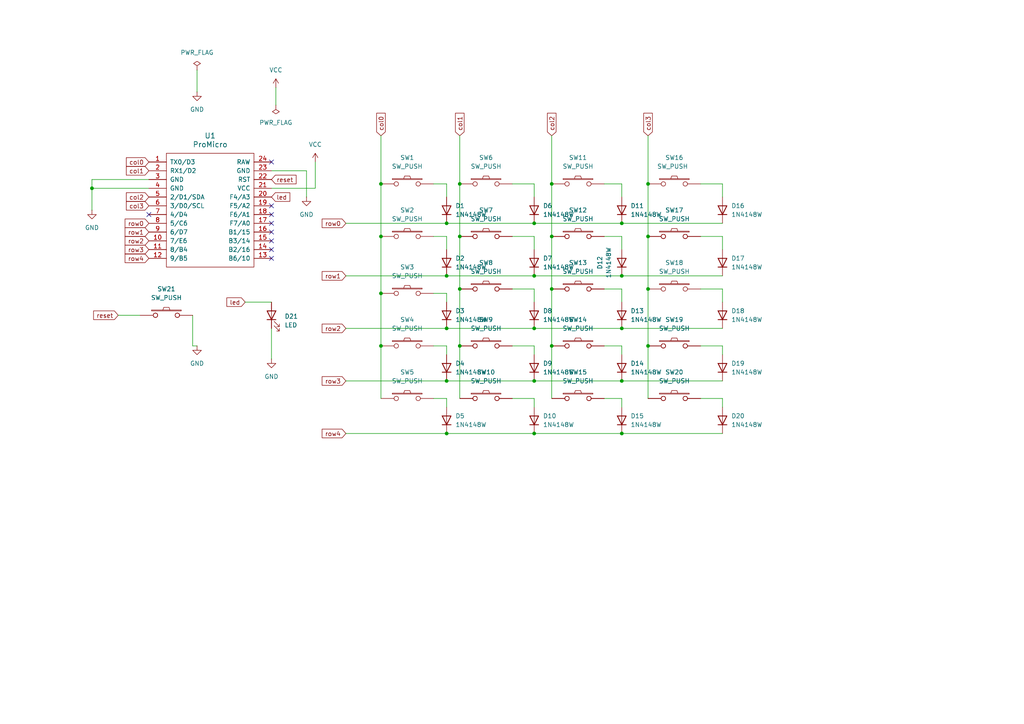
<source format=kicad_sch>
(kicad_sch
	(version 20250114)
	(generator "eeschema")
	(generator_version "9.0")
	(uuid "33e69019-4b09-42da-aa64-61d26c719934")
	(paper "A4")
	(lib_symbols
		(symbol "Device:LED"
			(pin_numbers
				(hide yes)
			)
			(pin_names
				(offset 1.016)
				(hide yes)
			)
			(exclude_from_sim no)
			(in_bom yes)
			(on_board yes)
			(property "Reference" "D"
				(at 0 2.54 0)
				(effects
					(font
						(size 1.27 1.27)
					)
				)
			)
			(property "Value" "LED"
				(at 0 -2.54 0)
				(effects
					(font
						(size 1.27 1.27)
					)
				)
			)
			(property "Footprint" ""
				(at 0 0 0)
				(effects
					(font
						(size 1.27 1.27)
					)
					(hide yes)
				)
			)
			(property "Datasheet" "~"
				(at 0 0 0)
				(effects
					(font
						(size 1.27 1.27)
					)
					(hide yes)
				)
			)
			(property "Description" "Light emitting diode"
				(at 0 0 0)
				(effects
					(font
						(size 1.27 1.27)
					)
					(hide yes)
				)
			)
			(property "ki_keywords" "LED diode"
				(at 0 0 0)
				(effects
					(font
						(size 1.27 1.27)
					)
					(hide yes)
				)
			)
			(property "ki_fp_filters" "LED* LED_SMD:* LED_THT:*"
				(at 0 0 0)
				(effects
					(font
						(size 1.27 1.27)
					)
					(hide yes)
				)
			)
			(symbol "LED_0_1"
				(polyline
					(pts
						(xy -3.048 -0.762) (xy -4.572 -2.286) (xy -3.81 -2.286) (xy -4.572 -2.286) (xy -4.572 -1.524)
					)
					(stroke
						(width 0)
						(type default)
					)
					(fill
						(type none)
					)
				)
				(polyline
					(pts
						(xy -1.778 -0.762) (xy -3.302 -2.286) (xy -2.54 -2.286) (xy -3.302 -2.286) (xy -3.302 -1.524)
					)
					(stroke
						(width 0)
						(type default)
					)
					(fill
						(type none)
					)
				)
				(polyline
					(pts
						(xy -1.27 0) (xy 1.27 0)
					)
					(stroke
						(width 0)
						(type default)
					)
					(fill
						(type none)
					)
				)
				(polyline
					(pts
						(xy -1.27 -1.27) (xy -1.27 1.27)
					)
					(stroke
						(width 0.254)
						(type default)
					)
					(fill
						(type none)
					)
				)
				(polyline
					(pts
						(xy 1.27 -1.27) (xy 1.27 1.27) (xy -1.27 0) (xy 1.27 -1.27)
					)
					(stroke
						(width 0.254)
						(type default)
					)
					(fill
						(type none)
					)
				)
			)
			(symbol "LED_1_1"
				(pin passive line
					(at -3.81 0 0)
					(length 2.54)
					(name "K"
						(effects
							(font
								(size 1.27 1.27)
							)
						)
					)
					(number "1"
						(effects
							(font
								(size 1.27 1.27)
							)
						)
					)
				)
				(pin passive line
					(at 3.81 0 180)
					(length 2.54)
					(name "A"
						(effects
							(font
								(size 1.27 1.27)
							)
						)
					)
					(number "2"
						(effects
							(font
								(size 1.27 1.27)
							)
						)
					)
				)
			)
			(embedded_fonts no)
		)
		(symbol "Diode:1N4148W"
			(pin_numbers
				(hide yes)
			)
			(pin_names
				(hide yes)
			)
			(exclude_from_sim no)
			(in_bom yes)
			(on_board yes)
			(property "Reference" "D"
				(at 0 2.54 0)
				(effects
					(font
						(size 1.27 1.27)
					)
				)
			)
			(property "Value" "1N4148W"
				(at 0 -2.54 0)
				(effects
					(font
						(size 1.27 1.27)
					)
				)
			)
			(property "Footprint" "Diode_SMD:D_SOD-123"
				(at 0 -4.445 0)
				(effects
					(font
						(size 1.27 1.27)
					)
					(hide yes)
				)
			)
			(property "Datasheet" "https://www.vishay.com/docs/85748/1n4148w.pdf"
				(at 0 0 0)
				(effects
					(font
						(size 1.27 1.27)
					)
					(hide yes)
				)
			)
			(property "Description" "75V 0.15A Fast Switching Diode, SOD-123"
				(at 0 0 0)
				(effects
					(font
						(size 1.27 1.27)
					)
					(hide yes)
				)
			)
			(property "Sim.Device" "D"
				(at 0 0 0)
				(effects
					(font
						(size 1.27 1.27)
					)
					(hide yes)
				)
			)
			(property "Sim.Pins" "1=K 2=A"
				(at 0 0 0)
				(effects
					(font
						(size 1.27 1.27)
					)
					(hide yes)
				)
			)
			(property "ki_keywords" "diode"
				(at 0 0 0)
				(effects
					(font
						(size 1.27 1.27)
					)
					(hide yes)
				)
			)
			(property "ki_fp_filters" "D*SOD?123*"
				(at 0 0 0)
				(effects
					(font
						(size 1.27 1.27)
					)
					(hide yes)
				)
			)
			(symbol "1N4148W_0_1"
				(polyline
					(pts
						(xy -1.27 1.27) (xy -1.27 -1.27)
					)
					(stroke
						(width 0.254)
						(type default)
					)
					(fill
						(type none)
					)
				)
				(polyline
					(pts
						(xy 1.27 1.27) (xy 1.27 -1.27) (xy -1.27 0) (xy 1.27 1.27)
					)
					(stroke
						(width 0.254)
						(type default)
					)
					(fill
						(type none)
					)
				)
				(polyline
					(pts
						(xy 1.27 0) (xy -1.27 0)
					)
					(stroke
						(width 0)
						(type default)
					)
					(fill
						(type none)
					)
				)
			)
			(symbol "1N4148W_1_1"
				(pin passive line
					(at -3.81 0 0)
					(length 2.54)
					(name "K"
						(effects
							(font
								(size 1.27 1.27)
							)
						)
					)
					(number "1"
						(effects
							(font
								(size 1.27 1.27)
							)
						)
					)
				)
				(pin passive line
					(at 3.81 0 180)
					(length 2.54)
					(name "A"
						(effects
							(font
								(size 1.27 1.27)
							)
						)
					)
					(number "2"
						(effects
							(font
								(size 1.27 1.27)
							)
						)
					)
				)
			)
			(embedded_fonts no)
		)
		(symbol "kbd:ProMicro"
			(pin_names
				(offset 1.016)
			)
			(exclude_from_sim no)
			(in_bom yes)
			(on_board yes)
			(property "Reference" "U"
				(at 0 19.05 0)
				(effects
					(font
						(size 1.524 1.524)
					)
				)
			)
			(property "Value" "ProMicro"
				(at 0 -19.05 0)
				(effects
					(font
						(size 1.524 1.524)
					)
				)
			)
			(property "Footprint" ""
				(at 2.54 -26.67 0)
				(effects
					(font
						(size 1.524 1.524)
					)
				)
			)
			(property "Datasheet" ""
				(at 2.54 -26.67 0)
				(effects
					(font
						(size 1.524 1.524)
					)
				)
			)
			(property "Description" ""
				(at 0 0 0)
				(effects
					(font
						(size 1.27 1.27)
					)
					(hide yes)
				)
			)
			(symbol "ProMicro_0_1"
				(rectangle
					(start -12.7 16.51)
					(end 12.7 -16.51)
					(stroke
						(width 0)
						(type solid)
					)
					(fill
						(type none)
					)
				)
			)
			(symbol "ProMicro_1_1"
				(pin bidirectional line
					(at -17.78 13.97 0)
					(length 5.08)
					(name "TX0/D3"
						(effects
							(font
								(size 1.27 1.27)
							)
						)
					)
					(number "1"
						(effects
							(font
								(size 1.27 1.27)
							)
						)
					)
				)
				(pin bidirectional line
					(at -17.78 11.43 0)
					(length 5.08)
					(name "RX1/D2"
						(effects
							(font
								(size 1.27 1.27)
							)
						)
					)
					(number "2"
						(effects
							(font
								(size 1.27 1.27)
							)
						)
					)
				)
				(pin power_in line
					(at -17.78 8.89 0)
					(length 5.08)
					(name "GND"
						(effects
							(font
								(size 1.27 1.27)
							)
						)
					)
					(number "3"
						(effects
							(font
								(size 1.27 1.27)
							)
						)
					)
				)
				(pin power_in line
					(at -17.78 6.35 0)
					(length 5.08)
					(name "GND"
						(effects
							(font
								(size 1.27 1.27)
							)
						)
					)
					(number "4"
						(effects
							(font
								(size 1.27 1.27)
							)
						)
					)
				)
				(pin bidirectional line
					(at -17.78 3.81 0)
					(length 5.08)
					(name "2/D1/SDA"
						(effects
							(font
								(size 1.27 1.27)
							)
						)
					)
					(number "5"
						(effects
							(font
								(size 1.27 1.27)
							)
						)
					)
				)
				(pin bidirectional line
					(at -17.78 1.27 0)
					(length 5.08)
					(name "3/D0/SCL"
						(effects
							(font
								(size 1.27 1.27)
							)
						)
					)
					(number "6"
						(effects
							(font
								(size 1.27 1.27)
							)
						)
					)
				)
				(pin bidirectional line
					(at -17.78 -1.27 0)
					(length 5.08)
					(name "4/D4"
						(effects
							(font
								(size 1.27 1.27)
							)
						)
					)
					(number "7"
						(effects
							(font
								(size 1.27 1.27)
							)
						)
					)
				)
				(pin bidirectional line
					(at -17.78 -3.81 0)
					(length 5.08)
					(name "5/C6"
						(effects
							(font
								(size 1.27 1.27)
							)
						)
					)
					(number "8"
						(effects
							(font
								(size 1.27 1.27)
							)
						)
					)
				)
				(pin bidirectional line
					(at -17.78 -6.35 0)
					(length 5.08)
					(name "6/D7"
						(effects
							(font
								(size 1.27 1.27)
							)
						)
					)
					(number "9"
						(effects
							(font
								(size 1.27 1.27)
							)
						)
					)
				)
				(pin bidirectional line
					(at -17.78 -8.89 0)
					(length 5.08)
					(name "7/E6"
						(effects
							(font
								(size 1.27 1.27)
							)
						)
					)
					(number "10"
						(effects
							(font
								(size 1.27 1.27)
							)
						)
					)
				)
				(pin bidirectional line
					(at -17.78 -11.43 0)
					(length 5.08)
					(name "8/B4"
						(effects
							(font
								(size 1.27 1.27)
							)
						)
					)
					(number "11"
						(effects
							(font
								(size 1.27 1.27)
							)
						)
					)
				)
				(pin bidirectional line
					(at -17.78 -13.97 0)
					(length 5.08)
					(name "9/B5"
						(effects
							(font
								(size 1.27 1.27)
							)
						)
					)
					(number "12"
						(effects
							(font
								(size 1.27 1.27)
							)
						)
					)
				)
				(pin power_out line
					(at 17.78 13.97 180)
					(length 5.08)
					(name "RAW"
						(effects
							(font
								(size 1.27 1.27)
							)
						)
					)
					(number "24"
						(effects
							(font
								(size 1.27 1.27)
							)
						)
					)
				)
				(pin power_in line
					(at 17.78 11.43 180)
					(length 5.08)
					(name "GND"
						(effects
							(font
								(size 1.27 1.27)
							)
						)
					)
					(number "23"
						(effects
							(font
								(size 1.27 1.27)
							)
						)
					)
				)
				(pin input line
					(at 17.78 8.89 180)
					(length 5.08)
					(name "RST"
						(effects
							(font
								(size 1.27 1.27)
							)
						)
					)
					(number "22"
						(effects
							(font
								(size 1.27 1.27)
							)
						)
					)
				)
				(pin power_in line
					(at 17.78 6.35 180)
					(length 5.08)
					(name "VCC"
						(effects
							(font
								(size 1.27 1.27)
							)
						)
					)
					(number "21"
						(effects
							(font
								(size 1.27 1.27)
							)
						)
					)
				)
				(pin bidirectional line
					(at 17.78 3.81 180)
					(length 5.08)
					(name "F4/A3"
						(effects
							(font
								(size 1.27 1.27)
							)
						)
					)
					(number "20"
						(effects
							(font
								(size 1.27 1.27)
							)
						)
					)
				)
				(pin bidirectional line
					(at 17.78 1.27 180)
					(length 5.08)
					(name "F5/A2"
						(effects
							(font
								(size 1.27 1.27)
							)
						)
					)
					(number "19"
						(effects
							(font
								(size 1.27 1.27)
							)
						)
					)
				)
				(pin bidirectional line
					(at 17.78 -1.27 180)
					(length 5.08)
					(name "F6/A1"
						(effects
							(font
								(size 1.27 1.27)
							)
						)
					)
					(number "18"
						(effects
							(font
								(size 1.27 1.27)
							)
						)
					)
				)
				(pin bidirectional line
					(at 17.78 -3.81 180)
					(length 5.08)
					(name "F7/A0"
						(effects
							(font
								(size 1.27 1.27)
							)
						)
					)
					(number "17"
						(effects
							(font
								(size 1.27 1.27)
							)
						)
					)
				)
				(pin bidirectional line
					(at 17.78 -6.35 180)
					(length 5.08)
					(name "B1/15"
						(effects
							(font
								(size 1.27 1.27)
							)
						)
					)
					(number "16"
						(effects
							(font
								(size 1.27 1.27)
							)
						)
					)
				)
				(pin bidirectional line
					(at 17.78 -8.89 180)
					(length 5.08)
					(name "B3/14"
						(effects
							(font
								(size 1.27 1.27)
							)
						)
					)
					(number "15"
						(effects
							(font
								(size 1.27 1.27)
							)
						)
					)
				)
				(pin bidirectional line
					(at 17.78 -11.43 180)
					(length 5.08)
					(name "B2/16"
						(effects
							(font
								(size 1.27 1.27)
							)
						)
					)
					(number "14"
						(effects
							(font
								(size 1.27 1.27)
							)
						)
					)
				)
				(pin bidirectional line
					(at 17.78 -13.97 180)
					(length 5.08)
					(name "B6/10"
						(effects
							(font
								(size 1.27 1.27)
							)
						)
					)
					(number "13"
						(effects
							(font
								(size 1.27 1.27)
							)
						)
					)
				)
			)
			(embedded_fonts no)
		)
		(symbol "kbd:SW_PUSH"
			(pin_numbers
				(hide yes)
			)
			(pin_names
				(offset 1.016)
				(hide yes)
			)
			(exclude_from_sim no)
			(in_bom yes)
			(on_board yes)
			(property "Reference" "SW"
				(at 3.81 2.794 0)
				(effects
					(font
						(size 1.27 1.27)
					)
				)
			)
			(property "Value" "SW_PUSH"
				(at 0 -2.032 0)
				(effects
					(font
						(size 1.27 1.27)
					)
				)
			)
			(property "Footprint" ""
				(at 0 0 0)
				(effects
					(font
						(size 1.27 1.27)
					)
				)
			)
			(property "Datasheet" ""
				(at 0 0 0)
				(effects
					(font
						(size 1.27 1.27)
					)
				)
			)
			(property "Description" ""
				(at 0 0 0)
				(effects
					(font
						(size 1.27 1.27)
					)
					(hide yes)
				)
			)
			(symbol "SW_PUSH_0_1"
				(rectangle
					(start -4.318 1.27)
					(end 4.318 1.524)
					(stroke
						(width 0)
						(type solid)
					)
					(fill
						(type none)
					)
				)
				(polyline
					(pts
						(xy -1.016 1.524) (xy -0.762 2.286) (xy 0.762 2.286) (xy 1.016 1.524)
					)
					(stroke
						(width 0)
						(type solid)
					)
					(fill
						(type none)
					)
				)
				(pin passive inverted
					(at -7.62 0 0)
					(length 5.08)
					(name "1"
						(effects
							(font
								(size 1.27 1.27)
							)
						)
					)
					(number "1"
						(effects
							(font
								(size 1.27 1.27)
							)
						)
					)
				)
				(pin passive inverted
					(at 7.62 0 180)
					(length 5.08)
					(name "2"
						(effects
							(font
								(size 1.27 1.27)
							)
						)
					)
					(number "2"
						(effects
							(font
								(size 1.27 1.27)
							)
						)
					)
				)
			)
			(embedded_fonts no)
		)
		(symbol "power:GND"
			(power)
			(pin_numbers
				(hide yes)
			)
			(pin_names
				(offset 0)
				(hide yes)
			)
			(exclude_from_sim no)
			(in_bom yes)
			(on_board yes)
			(property "Reference" "#PWR"
				(at 0 -6.35 0)
				(effects
					(font
						(size 1.27 1.27)
					)
					(hide yes)
				)
			)
			(property "Value" "GND"
				(at 0 -3.81 0)
				(effects
					(font
						(size 1.27 1.27)
					)
				)
			)
			(property "Footprint" ""
				(at 0 0 0)
				(effects
					(font
						(size 1.27 1.27)
					)
					(hide yes)
				)
			)
			(property "Datasheet" ""
				(at 0 0 0)
				(effects
					(font
						(size 1.27 1.27)
					)
					(hide yes)
				)
			)
			(property "Description" "Power symbol creates a global label with name \"GND\" , ground"
				(at 0 0 0)
				(effects
					(font
						(size 1.27 1.27)
					)
					(hide yes)
				)
			)
			(property "ki_keywords" "global power"
				(at 0 0 0)
				(effects
					(font
						(size 1.27 1.27)
					)
					(hide yes)
				)
			)
			(symbol "GND_0_1"
				(polyline
					(pts
						(xy 0 0) (xy 0 -1.27) (xy 1.27 -1.27) (xy 0 -2.54) (xy -1.27 -1.27) (xy 0 -1.27)
					)
					(stroke
						(width 0)
						(type default)
					)
					(fill
						(type none)
					)
				)
			)
			(symbol "GND_1_1"
				(pin power_in line
					(at 0 0 270)
					(length 0)
					(name "~"
						(effects
							(font
								(size 1.27 1.27)
							)
						)
					)
					(number "1"
						(effects
							(font
								(size 1.27 1.27)
							)
						)
					)
				)
			)
			(embedded_fonts no)
		)
		(symbol "power:PWR_FLAG"
			(power)
			(pin_numbers
				(hide yes)
			)
			(pin_names
				(offset 0)
				(hide yes)
			)
			(exclude_from_sim no)
			(in_bom yes)
			(on_board yes)
			(property "Reference" "#FLG"
				(at 0 1.905 0)
				(effects
					(font
						(size 1.27 1.27)
					)
					(hide yes)
				)
			)
			(property "Value" "PWR_FLAG"
				(at 0 3.81 0)
				(effects
					(font
						(size 1.27 1.27)
					)
				)
			)
			(property "Footprint" ""
				(at 0 0 0)
				(effects
					(font
						(size 1.27 1.27)
					)
					(hide yes)
				)
			)
			(property "Datasheet" "~"
				(at 0 0 0)
				(effects
					(font
						(size 1.27 1.27)
					)
					(hide yes)
				)
			)
			(property "Description" "Special symbol for telling ERC where power comes from"
				(at 0 0 0)
				(effects
					(font
						(size 1.27 1.27)
					)
					(hide yes)
				)
			)
			(property "ki_keywords" "flag power"
				(at 0 0 0)
				(effects
					(font
						(size 1.27 1.27)
					)
					(hide yes)
				)
			)
			(symbol "PWR_FLAG_0_0"
				(pin power_out line
					(at 0 0 90)
					(length 0)
					(name "~"
						(effects
							(font
								(size 1.27 1.27)
							)
						)
					)
					(number "1"
						(effects
							(font
								(size 1.27 1.27)
							)
						)
					)
				)
			)
			(symbol "PWR_FLAG_0_1"
				(polyline
					(pts
						(xy 0 0) (xy 0 1.27) (xy -1.016 1.905) (xy 0 2.54) (xy 1.016 1.905) (xy 0 1.27)
					)
					(stroke
						(width 0)
						(type default)
					)
					(fill
						(type none)
					)
				)
			)
			(embedded_fonts no)
		)
		(symbol "power:VCC"
			(power)
			(pin_numbers
				(hide yes)
			)
			(pin_names
				(offset 0)
				(hide yes)
			)
			(exclude_from_sim no)
			(in_bom yes)
			(on_board yes)
			(property "Reference" "#PWR"
				(at 0 -3.81 0)
				(effects
					(font
						(size 1.27 1.27)
					)
					(hide yes)
				)
			)
			(property "Value" "VCC"
				(at 0 3.556 0)
				(effects
					(font
						(size 1.27 1.27)
					)
				)
			)
			(property "Footprint" ""
				(at 0 0 0)
				(effects
					(font
						(size 1.27 1.27)
					)
					(hide yes)
				)
			)
			(property "Datasheet" ""
				(at 0 0 0)
				(effects
					(font
						(size 1.27 1.27)
					)
					(hide yes)
				)
			)
			(property "Description" "Power symbol creates a global label with name \"VCC\""
				(at 0 0 0)
				(effects
					(font
						(size 1.27 1.27)
					)
					(hide yes)
				)
			)
			(property "ki_keywords" "global power"
				(at 0 0 0)
				(effects
					(font
						(size 1.27 1.27)
					)
					(hide yes)
				)
			)
			(symbol "VCC_0_1"
				(polyline
					(pts
						(xy -0.762 1.27) (xy 0 2.54)
					)
					(stroke
						(width 0)
						(type default)
					)
					(fill
						(type none)
					)
				)
				(polyline
					(pts
						(xy 0 2.54) (xy 0.762 1.27)
					)
					(stroke
						(width 0)
						(type default)
					)
					(fill
						(type none)
					)
				)
				(polyline
					(pts
						(xy 0 0) (xy 0 2.54)
					)
					(stroke
						(width 0)
						(type default)
					)
					(fill
						(type none)
					)
				)
			)
			(symbol "VCC_1_1"
				(pin power_in line
					(at 0 0 90)
					(length 0)
					(name "~"
						(effects
							(font
								(size 1.27 1.27)
							)
						)
					)
					(number "1"
						(effects
							(font
								(size 1.27 1.27)
							)
						)
					)
				)
			)
			(embedded_fonts no)
		)
	)
	(junction
		(at 133.35 68.58)
		(diameter 0)
		(color 0 0 0 0)
		(uuid "04a05dc1-d80e-41c8-9d4c-d67c2ba6d880")
	)
	(junction
		(at 160.02 100.33)
		(diameter 0)
		(color 0 0 0 0)
		(uuid "064f091a-2816-4623-84a8-8952f8098eee")
	)
	(junction
		(at 26.67 54.61)
		(diameter 0)
		(color 0 0 0 0)
		(uuid "2273349a-71cc-4075-8601-4ce5d377d7fa")
	)
	(junction
		(at 129.54 95.25)
		(diameter 0)
		(color 0 0 0 0)
		(uuid "265445ba-7ced-45d8-9994-d85ab34996d0")
	)
	(junction
		(at 180.34 80.01)
		(diameter 0)
		(color 0 0 0 0)
		(uuid "297006ae-add9-4fed-a67b-17205ed7a8e3")
	)
	(junction
		(at 154.94 80.01)
		(diameter 0)
		(color 0 0 0 0)
		(uuid "3461de7a-aad9-4e11-8189-3713482f1882")
	)
	(junction
		(at 154.94 110.49)
		(diameter 0)
		(color 0 0 0 0)
		(uuid "4320da0e-07ac-4eb6-adc1-bf87a6e4aaca")
	)
	(junction
		(at 133.35 53.34)
		(diameter 0)
		(color 0 0 0 0)
		(uuid "4656fa33-afa2-48a0-be27-0ca01a46e8df")
	)
	(junction
		(at 187.96 100.33)
		(diameter 0)
		(color 0 0 0 0)
		(uuid "46d6ab34-5563-4425-ab10-b27d5330b8f3")
	)
	(junction
		(at 129.54 64.77)
		(diameter 0)
		(color 0 0 0 0)
		(uuid "475e576b-737b-4a82-b1d2-732daf95d0b7")
	)
	(junction
		(at 160.02 68.58)
		(diameter 0)
		(color 0 0 0 0)
		(uuid "4c73cf4b-52e7-4d97-a415-7bf7405d1065")
	)
	(junction
		(at 129.54 125.73)
		(diameter 0)
		(color 0 0 0 0)
		(uuid "4d86326e-af85-4018-b7dd-9bbbad42fc8e")
	)
	(junction
		(at 110.49 85.09)
		(diameter 0)
		(color 0 0 0 0)
		(uuid "4ebf0165-0fe6-4585-add3-efc3c960d2d2")
	)
	(junction
		(at 154.94 125.73)
		(diameter 0)
		(color 0 0 0 0)
		(uuid "5388dae0-0390-4e73-b646-1ea03ba99d54")
	)
	(junction
		(at 180.34 95.25)
		(diameter 0)
		(color 0 0 0 0)
		(uuid "5cd15494-2418-4fc4-8dbb-1dffba2e145c")
	)
	(junction
		(at 160.02 53.34)
		(diameter 0)
		(color 0 0 0 0)
		(uuid "6da19995-6351-4d19-8b32-8c8edeadce0f")
	)
	(junction
		(at 180.34 64.77)
		(diameter 0)
		(color 0 0 0 0)
		(uuid "6e129941-eff5-4414-bd22-07187a8175b8")
	)
	(junction
		(at 110.49 53.34)
		(diameter 0)
		(color 0 0 0 0)
		(uuid "7c4244ec-8405-4158-9f67-d62097ea1b43")
	)
	(junction
		(at 187.96 83.82)
		(diameter 0)
		(color 0 0 0 0)
		(uuid "7edbeac9-5f77-45d3-8838-a8a4f276064b")
	)
	(junction
		(at 129.54 80.01)
		(diameter 0)
		(color 0 0 0 0)
		(uuid "86a89815-8dbf-4bee-bc80-eecf3ffef602")
	)
	(junction
		(at 110.49 100.33)
		(diameter 0)
		(color 0 0 0 0)
		(uuid "86c934e3-f366-4b70-9aa6-10f85d390756")
	)
	(junction
		(at 187.96 68.58)
		(diameter 0)
		(color 0 0 0 0)
		(uuid "884effc5-3f98-4bfd-a043-33b239763006")
	)
	(junction
		(at 129.54 110.49)
		(diameter 0)
		(color 0 0 0 0)
		(uuid "937adf7d-32bb-4254-bcd7-5b76f6c7ac3e")
	)
	(junction
		(at 180.34 125.73)
		(diameter 0)
		(color 0 0 0 0)
		(uuid "9428c930-bf48-4e78-a982-06044d4f42e5")
	)
	(junction
		(at 180.34 110.49)
		(diameter 0)
		(color 0 0 0 0)
		(uuid "a16536d2-bdca-47a8-b142-61c296096a8d")
	)
	(junction
		(at 133.35 100.33)
		(diameter 0)
		(color 0 0 0 0)
		(uuid "b654bf9f-653e-4a78-951d-8e484c437de8")
	)
	(junction
		(at 154.94 95.25)
		(diameter 0)
		(color 0 0 0 0)
		(uuid "cad6a75c-e885-426d-a479-ae547e0d72fd")
	)
	(junction
		(at 160.02 83.82)
		(diameter 0)
		(color 0 0 0 0)
		(uuid "e51c6e1c-40dd-4274-a2c8-d31b43d9390e")
	)
	(junction
		(at 110.49 68.58)
		(diameter 0)
		(color 0 0 0 0)
		(uuid "ecf77f60-e53f-4500-8155-f52761da047f")
	)
	(junction
		(at 187.96 53.34)
		(diameter 0)
		(color 0 0 0 0)
		(uuid "efed271a-d3c1-4f8d-b55b-07ff719dd60c")
	)
	(junction
		(at 133.35 83.82)
		(diameter 0)
		(color 0 0 0 0)
		(uuid "f672603a-5b88-46fa-ba84-ad01fe260d14")
	)
	(junction
		(at 154.94 64.77)
		(diameter 0)
		(color 0 0 0 0)
		(uuid "f6b7b1e0-be22-484a-9176-f67fdc0b096e")
	)
	(no_connect
		(at 78.74 69.85)
		(uuid "16948c50-9618-4949-b791-4d9b18d9fa99")
	)
	(no_connect
		(at 43.18 62.23)
		(uuid "226af603-c1d3-4caf-af23-dbd1e7513fe2")
	)
	(no_connect
		(at 78.74 74.93)
		(uuid "2d046a28-364f-48be-a825-b85f0731fb31")
	)
	(no_connect
		(at 78.74 46.99)
		(uuid "7f92c3ea-7ff8-43f0-9678-33cf820b9ace")
	)
	(no_connect
		(at 78.74 72.39)
		(uuid "804813f6-d3ee-4985-8e52-aa56ee9eb65c")
	)
	(no_connect
		(at 78.74 59.69)
		(uuid "959bf9e6-b1fd-4be6-bf6f-391dbe7d9ab1")
	)
	(no_connect
		(at 78.74 64.77)
		(uuid "a488000c-c976-4bd7-afc2-f681e70880ab")
	)
	(no_connect
		(at 78.74 67.31)
		(uuid "d02cca50-0b19-48d2-84e9-513f3e697bde")
	)
	(no_connect
		(at 78.74 62.23)
		(uuid "d6dbce8b-c26f-41bb-882b-87da583e6261")
	)
	(wire
		(pts
			(xy 26.67 54.61) (xy 26.67 60.96)
		)
		(stroke
			(width 0)
			(type default)
		)
		(uuid "03fbf59a-c32a-4520-aa51-2664b97bc2f5")
	)
	(wire
		(pts
			(xy 180.34 100.33) (xy 180.34 102.87)
		)
		(stroke
			(width 0)
			(type default)
		)
		(uuid "07ff1688-c29f-40f5-941e-d1dfbb3ae45e")
	)
	(wire
		(pts
			(xy 154.94 53.34) (xy 154.94 57.15)
		)
		(stroke
			(width 0)
			(type default)
		)
		(uuid "098c4b81-88bb-49d8-892c-d4e31f60f127")
	)
	(wire
		(pts
			(xy 154.94 64.77) (xy 180.34 64.77)
		)
		(stroke
			(width 0)
			(type default)
		)
		(uuid "0b1786a3-bcac-47bc-97ce-1d3094820e47")
	)
	(wire
		(pts
			(xy 100.33 64.77) (xy 129.54 64.77)
		)
		(stroke
			(width 0)
			(type default)
		)
		(uuid "0e10f989-60ca-492d-a8f5-d1574375f5d0")
	)
	(wire
		(pts
			(xy 187.96 68.58) (xy 187.96 83.82)
		)
		(stroke
			(width 0)
			(type default)
		)
		(uuid "0f1df259-da91-4d7f-a471-e2b8543e806c")
	)
	(wire
		(pts
			(xy 26.67 54.61) (xy 43.18 54.61)
		)
		(stroke
			(width 0)
			(type default)
		)
		(uuid "12808313-ac48-4568-bafe-6ed9241ccb1f")
	)
	(wire
		(pts
			(xy 129.54 115.57) (xy 129.54 118.11)
		)
		(stroke
			(width 0)
			(type default)
		)
		(uuid "1563fe30-4500-46cc-bff2-dacb5d7e46cf")
	)
	(wire
		(pts
			(xy 175.26 100.33) (xy 180.34 100.33)
		)
		(stroke
			(width 0)
			(type default)
		)
		(uuid "19a4f983-7ff3-438b-b38c-a970f14718a0")
	)
	(wire
		(pts
			(xy 110.49 100.33) (xy 110.49 115.57)
		)
		(stroke
			(width 0)
			(type default)
		)
		(uuid "19d2d7be-29de-4fa6-a58b-ab66e5a17157")
	)
	(wire
		(pts
			(xy 160.02 100.33) (xy 160.02 115.57)
		)
		(stroke
			(width 0)
			(type default)
		)
		(uuid "1aba2213-dc19-443f-bbd6-7013c23a02b2")
	)
	(wire
		(pts
			(xy 110.49 85.09) (xy 110.49 100.33)
		)
		(stroke
			(width 0)
			(type default)
		)
		(uuid "1afb2359-04cb-498a-8ac3-4480aee8a499")
	)
	(wire
		(pts
			(xy 34.29 91.44) (xy 40.64 91.44)
		)
		(stroke
			(width 0)
			(type default)
		)
		(uuid "1c210047-e1a7-4913-9163-328fca606376")
	)
	(wire
		(pts
			(xy 148.59 68.58) (xy 154.94 68.58)
		)
		(stroke
			(width 0)
			(type default)
		)
		(uuid "1f31bed3-cb46-4295-920b-a6837e3d739b")
	)
	(wire
		(pts
			(xy 125.73 68.58) (xy 129.54 68.58)
		)
		(stroke
			(width 0)
			(type default)
		)
		(uuid "240c16fc-7eb0-43f3-bd55-9f81b3eef20d")
	)
	(wire
		(pts
			(xy 100.33 125.73) (xy 129.54 125.73)
		)
		(stroke
			(width 0)
			(type default)
		)
		(uuid "2857e36b-a6a0-4de1-a2b2-0c8751594776")
	)
	(wire
		(pts
			(xy 133.35 53.34) (xy 133.35 68.58)
		)
		(stroke
			(width 0)
			(type default)
		)
		(uuid "2fb35ba3-a4af-43e8-820f-840ada75d3c7")
	)
	(wire
		(pts
			(xy 160.02 39.37) (xy 160.02 53.34)
		)
		(stroke
			(width 0)
			(type default)
		)
		(uuid "318ed4ec-db52-4203-a710-624551c8b601")
	)
	(wire
		(pts
			(xy 148.59 83.82) (xy 154.94 83.82)
		)
		(stroke
			(width 0)
			(type default)
		)
		(uuid "3250b478-84d3-43ed-94e5-624f002a90ef")
	)
	(wire
		(pts
			(xy 187.96 83.82) (xy 187.96 100.33)
		)
		(stroke
			(width 0)
			(type default)
		)
		(uuid "3535654e-6655-49c1-bd3b-71874324b18d")
	)
	(wire
		(pts
			(xy 180.34 53.34) (xy 180.34 57.15)
		)
		(stroke
			(width 0)
			(type default)
		)
		(uuid "383210db-76c4-4746-ace2-1f094e167646")
	)
	(wire
		(pts
			(xy 100.33 80.01) (xy 129.54 80.01)
		)
		(stroke
			(width 0)
			(type default)
		)
		(uuid "3919a8ee-f439-4164-aefc-6c4395fe5280")
	)
	(wire
		(pts
			(xy 160.02 83.82) (xy 160.02 100.33)
		)
		(stroke
			(width 0)
			(type default)
		)
		(uuid "3d46751e-f03f-46c1-91d0-6ec53e8e19f8")
	)
	(wire
		(pts
			(xy 148.59 100.33) (xy 154.94 100.33)
		)
		(stroke
			(width 0)
			(type default)
		)
		(uuid "43b160b5-1c68-4eb6-a18f-9c1f44683f34")
	)
	(wire
		(pts
			(xy 154.94 125.73) (xy 180.34 125.73)
		)
		(stroke
			(width 0)
			(type default)
		)
		(uuid "48a15dbc-10f4-4c8d-86e5-e4750a8228ff")
	)
	(wire
		(pts
			(xy 180.34 83.82) (xy 180.34 87.63)
		)
		(stroke
			(width 0)
			(type default)
		)
		(uuid "491d5bbb-ab9c-4c4e-97c2-e3b16a64492a")
	)
	(wire
		(pts
			(xy 154.94 83.82) (xy 154.94 87.63)
		)
		(stroke
			(width 0)
			(type default)
		)
		(uuid "4efa42a1-6cec-4992-9686-687acaafdb1b")
	)
	(wire
		(pts
			(xy 26.67 52.07) (xy 26.67 54.61)
		)
		(stroke
			(width 0)
			(type default)
		)
		(uuid "53065f26-6101-4779-a5cc-f28f85084e45")
	)
	(wire
		(pts
			(xy 180.34 95.25) (xy 209.55 95.25)
		)
		(stroke
			(width 0)
			(type default)
		)
		(uuid "5460a4a8-6397-4457-9e1f-302601af1588")
	)
	(wire
		(pts
			(xy 154.94 95.25) (xy 180.34 95.25)
		)
		(stroke
			(width 0)
			(type default)
		)
		(uuid "555bb4bb-f13b-476e-b99f-2cc0ad8a4ede")
	)
	(wire
		(pts
			(xy 180.34 125.73) (xy 209.55 125.73)
		)
		(stroke
			(width 0)
			(type default)
		)
		(uuid "55d253b3-a5d4-4291-8dcf-9b7b0790038b")
	)
	(wire
		(pts
			(xy 88.9 49.53) (xy 78.74 49.53)
		)
		(stroke
			(width 0)
			(type default)
		)
		(uuid "55f3db86-2dd8-43e1-8eb1-f053e20f62e5")
	)
	(wire
		(pts
			(xy 203.2 68.58) (xy 209.55 68.58)
		)
		(stroke
			(width 0)
			(type default)
		)
		(uuid "576a4431-0292-4c34-9b97-4d096e0d7a7d")
	)
	(wire
		(pts
			(xy 133.35 68.58) (xy 133.35 83.82)
		)
		(stroke
			(width 0)
			(type default)
		)
		(uuid "583bfeed-e5d0-4e2d-b07a-aee09d0370be")
	)
	(wire
		(pts
			(xy 154.94 80.01) (xy 180.34 80.01)
		)
		(stroke
			(width 0)
			(type default)
		)
		(uuid "5ad9b45c-4441-487a-8271-67b48ddbbcd0")
	)
	(wire
		(pts
			(xy 133.35 100.33) (xy 133.35 115.57)
		)
		(stroke
			(width 0)
			(type default)
		)
		(uuid "5e938941-be55-4729-b21a-be55b6505ec1")
	)
	(wire
		(pts
			(xy 57.15 20.32) (xy 57.15 26.67)
		)
		(stroke
			(width 0)
			(type default)
		)
		(uuid "5f552374-ee11-4d0e-8033-505e7ed40dfc")
	)
	(wire
		(pts
			(xy 100.33 110.49) (xy 129.54 110.49)
		)
		(stroke
			(width 0)
			(type default)
		)
		(uuid "6176c8a1-92c3-4b2e-b595-c830e121a98a")
	)
	(wire
		(pts
			(xy 129.54 125.73) (xy 154.94 125.73)
		)
		(stroke
			(width 0)
			(type default)
		)
		(uuid "61a0cce9-65c6-4db4-8900-fef0279d1a23")
	)
	(wire
		(pts
			(xy 129.54 85.09) (xy 129.54 87.63)
		)
		(stroke
			(width 0)
			(type default)
		)
		(uuid "620d73d2-9692-45d4-8635-0d3ec85ab7cf")
	)
	(wire
		(pts
			(xy 125.73 85.09) (xy 129.54 85.09)
		)
		(stroke
			(width 0)
			(type default)
		)
		(uuid "62dc5e61-9d61-4061-be4d-efb05b72cede")
	)
	(wire
		(pts
			(xy 129.54 64.77) (xy 154.94 64.77)
		)
		(stroke
			(width 0)
			(type default)
		)
		(uuid "63828de7-f240-4d3a-a741-4261b29c01ed")
	)
	(wire
		(pts
			(xy 110.49 53.34) (xy 110.49 68.58)
		)
		(stroke
			(width 0)
			(type default)
		)
		(uuid "6d19dfa2-3134-499c-b04e-0d10503cc444")
	)
	(wire
		(pts
			(xy 110.49 39.37) (xy 110.49 53.34)
		)
		(stroke
			(width 0)
			(type default)
		)
		(uuid "6e229730-b014-4e27-a8c0-b151e8284df4")
	)
	(wire
		(pts
			(xy 209.55 68.58) (xy 209.55 72.39)
		)
		(stroke
			(width 0)
			(type default)
		)
		(uuid "6f553a71-5601-4938-9cdb-5e58ae72abc7")
	)
	(wire
		(pts
			(xy 180.34 64.77) (xy 209.55 64.77)
		)
		(stroke
			(width 0)
			(type default)
		)
		(uuid "720c36bc-bdc2-4e54-9479-a8181d82b93d")
	)
	(wire
		(pts
			(xy 209.55 100.33) (xy 209.55 102.87)
		)
		(stroke
			(width 0)
			(type default)
		)
		(uuid "72cfa26d-75a0-4ce8-95bc-edf96e2b5420")
	)
	(wire
		(pts
			(xy 175.26 83.82) (xy 180.34 83.82)
		)
		(stroke
			(width 0)
			(type default)
		)
		(uuid "7535db54-b207-4940-846c-25f91fd2be2e")
	)
	(wire
		(pts
			(xy 55.88 100.33) (xy 57.15 100.33)
		)
		(stroke
			(width 0)
			(type default)
		)
		(uuid "753d7695-d392-4644-9331-007073065859")
	)
	(wire
		(pts
			(xy 203.2 100.33) (xy 209.55 100.33)
		)
		(stroke
			(width 0)
			(type default)
		)
		(uuid "76fdb1a1-b6eb-408d-8449-5b734f89b5c3")
	)
	(wire
		(pts
			(xy 88.9 49.53) (xy 88.9 57.15)
		)
		(stroke
			(width 0)
			(type default)
		)
		(uuid "77c79ce4-8722-4193-ab15-cb3c40d1dcb3")
	)
	(wire
		(pts
			(xy 154.94 115.57) (xy 154.94 118.11)
		)
		(stroke
			(width 0)
			(type default)
		)
		(uuid "77cdbcd6-c449-4c25-bf0f-6bba48296af1")
	)
	(wire
		(pts
			(xy 129.54 100.33) (xy 129.54 102.87)
		)
		(stroke
			(width 0)
			(type default)
		)
		(uuid "7ab30713-ba3e-4ab6-bee5-cb755d73d7e8")
	)
	(wire
		(pts
			(xy 80.01 25.4) (xy 80.01 30.48)
		)
		(stroke
			(width 0)
			(type default)
		)
		(uuid "7c8c74ec-59e7-4bf4-bbda-62697ae9a7b0")
	)
	(wire
		(pts
			(xy 203.2 115.57) (xy 209.55 115.57)
		)
		(stroke
			(width 0)
			(type default)
		)
		(uuid "7cd3b810-a2cb-4dfd-b4af-85b011fa86de")
	)
	(wire
		(pts
			(xy 175.26 115.57) (xy 180.34 115.57)
		)
		(stroke
			(width 0)
			(type default)
		)
		(uuid "7f2cd5b8-35c0-471f-bbdc-78663c7f2cd6")
	)
	(wire
		(pts
			(xy 180.34 115.57) (xy 180.34 118.11)
		)
		(stroke
			(width 0)
			(type default)
		)
		(uuid "84e0418b-4349-4d04-a318-e4ca151d3b97")
	)
	(wire
		(pts
			(xy 78.74 95.25) (xy 78.74 104.14)
		)
		(stroke
			(width 0)
			(type default)
		)
		(uuid "87a45e6a-c6b4-418f-ac86-c2863d4e9614")
	)
	(wire
		(pts
			(xy 133.35 83.82) (xy 133.35 100.33)
		)
		(stroke
			(width 0)
			(type default)
		)
		(uuid "89ad994c-a430-4249-9d89-d84368ea7426")
	)
	(wire
		(pts
			(xy 148.59 53.34) (xy 154.94 53.34)
		)
		(stroke
			(width 0)
			(type default)
		)
		(uuid "8a4e4be7-43a1-478c-89ad-e1073f2f2e27")
	)
	(wire
		(pts
			(xy 91.44 54.61) (xy 91.44 46.99)
		)
		(stroke
			(width 0)
			(type default)
		)
		(uuid "8ab475de-a8aa-498a-a7ad-60718c393e33")
	)
	(wire
		(pts
			(xy 78.74 54.61) (xy 91.44 54.61)
		)
		(stroke
			(width 0)
			(type default)
		)
		(uuid "8c440537-f375-4c12-89bd-ea1cab4ed157")
	)
	(wire
		(pts
			(xy 148.59 115.57) (xy 154.94 115.57)
		)
		(stroke
			(width 0)
			(type default)
		)
		(uuid "913b6083-3b1a-42c8-8f44-87f504931e1f")
	)
	(wire
		(pts
			(xy 100.33 95.25) (xy 129.54 95.25)
		)
		(stroke
			(width 0)
			(type default)
		)
		(uuid "94295eae-f7bf-4d62-939b-499076b6826a")
	)
	(wire
		(pts
			(xy 160.02 53.34) (xy 160.02 68.58)
		)
		(stroke
			(width 0)
			(type default)
		)
		(uuid "9aa0023f-093e-497f-a241-8cb6eb19b69f")
	)
	(wire
		(pts
			(xy 154.94 110.49) (xy 180.34 110.49)
		)
		(stroke
			(width 0)
			(type default)
		)
		(uuid "9b544ef8-3889-43ba-90c2-b06ad2edf2b7")
	)
	(wire
		(pts
			(xy 180.34 80.01) (xy 209.55 80.01)
		)
		(stroke
			(width 0)
			(type default)
		)
		(uuid "9d3d9ec1-01ac-47bb-ab32-a14b20b5b73a")
	)
	(wire
		(pts
			(xy 129.54 53.34) (xy 129.54 57.15)
		)
		(stroke
			(width 0)
			(type default)
		)
		(uuid "9effa4a1-6ce4-49b1-967d-d037feaee585")
	)
	(wire
		(pts
			(xy 187.96 53.34) (xy 187.96 68.58)
		)
		(stroke
			(width 0)
			(type default)
		)
		(uuid "9fbe807c-9ea9-40c1-b2ff-ff12640e7741")
	)
	(wire
		(pts
			(xy 203.2 83.82) (xy 209.55 83.82)
		)
		(stroke
			(width 0)
			(type default)
		)
		(uuid "a5360876-89d3-4413-9bc2-a90f23bb8e12")
	)
	(wire
		(pts
			(xy 209.55 115.57) (xy 209.55 118.11)
		)
		(stroke
			(width 0)
			(type default)
		)
		(uuid "ac9b12a5-ca83-49bc-9ade-40246a0408d7")
	)
	(wire
		(pts
			(xy 187.96 39.37) (xy 187.96 53.34)
		)
		(stroke
			(width 0)
			(type default)
		)
		(uuid "aee2a83c-24f1-4abd-bf05-aa24644ae2c2")
	)
	(wire
		(pts
			(xy 125.73 100.33) (xy 129.54 100.33)
		)
		(stroke
			(width 0)
			(type default)
		)
		(uuid "b5ce1152-8bd4-422f-a3c6-fce9ac8dec8c")
	)
	(wire
		(pts
			(xy 180.34 110.49) (xy 209.55 110.49)
		)
		(stroke
			(width 0)
			(type default)
		)
		(uuid "bedebb75-58dd-4137-93fa-b4b1cabf6065")
	)
	(wire
		(pts
			(xy 180.34 68.58) (xy 180.34 72.39)
		)
		(stroke
			(width 0)
			(type default)
		)
		(uuid "c16f3c16-0df5-41ef-8fef-f2661a9e22b4")
	)
	(wire
		(pts
			(xy 125.73 115.57) (xy 129.54 115.57)
		)
		(stroke
			(width 0)
			(type default)
		)
		(uuid "c2ef0c41-3ba8-44ee-b0ee-196770e51b7e")
	)
	(wire
		(pts
			(xy 129.54 95.25) (xy 154.94 95.25)
		)
		(stroke
			(width 0)
			(type default)
		)
		(uuid "ce204da6-566e-424a-9e70-8ec61362acd0")
	)
	(wire
		(pts
			(xy 129.54 80.01) (xy 154.94 80.01)
		)
		(stroke
			(width 0)
			(type default)
		)
		(uuid "cff6be5e-21f4-4464-b7ae-045d8b4e256e")
	)
	(wire
		(pts
			(xy 154.94 100.33) (xy 154.94 102.87)
		)
		(stroke
			(width 0)
			(type default)
		)
		(uuid "d0e1c314-2ddc-4748-acb9-9826fdcbe041")
	)
	(wire
		(pts
			(xy 175.26 53.34) (xy 180.34 53.34)
		)
		(stroke
			(width 0)
			(type default)
		)
		(uuid "d3bf52bf-0bf4-458c-9622-16076af802b8")
	)
	(wire
		(pts
			(xy 209.55 83.82) (xy 209.55 87.63)
		)
		(stroke
			(width 0)
			(type default)
		)
		(uuid "d5c9c094-62dc-4f28-a609-51a3dcde8524")
	)
	(wire
		(pts
			(xy 71.12 87.63) (xy 78.74 87.63)
		)
		(stroke
			(width 0)
			(type default)
		)
		(uuid "d7e51d09-d34c-4d70-bb22-d2d677956c0e")
	)
	(wire
		(pts
			(xy 175.26 68.58) (xy 180.34 68.58)
		)
		(stroke
			(width 0)
			(type default)
		)
		(uuid "dc6af033-7e61-4329-8040-9a8b588bac21")
	)
	(wire
		(pts
			(xy 203.2 53.34) (xy 209.55 53.34)
		)
		(stroke
			(width 0)
			(type default)
		)
		(uuid "e0155ca3-4c7f-46cc-951c-5531dc44aa8d")
	)
	(wire
		(pts
			(xy 133.35 39.37) (xy 133.35 53.34)
		)
		(stroke
			(width 0)
			(type default)
		)
		(uuid "e5ef407b-9e7e-4639-856d-0f6d0dd159ce")
	)
	(wire
		(pts
			(xy 154.94 68.58) (xy 154.94 72.39)
		)
		(stroke
			(width 0)
			(type default)
		)
		(uuid "e8cc0327-b14a-4fcb-8d56-c714bd656af1")
	)
	(wire
		(pts
			(xy 125.73 53.34) (xy 129.54 53.34)
		)
		(stroke
			(width 0)
			(type default)
		)
		(uuid "ea25d7f1-63cb-47f9-bdad-931a24ca880e")
	)
	(wire
		(pts
			(xy 43.18 52.07) (xy 26.67 52.07)
		)
		(stroke
			(width 0)
			(type default)
		)
		(uuid "ec100317-9e2b-403e-8ba5-d7d3b0b7bd92")
	)
	(wire
		(pts
			(xy 209.55 53.34) (xy 209.55 57.15)
		)
		(stroke
			(width 0)
			(type default)
		)
		(uuid "ee6ae8ec-59d8-48cf-8cb6-0de2326cd1e5")
	)
	(wire
		(pts
			(xy 187.96 100.33) (xy 187.96 115.57)
		)
		(stroke
			(width 0)
			(type default)
		)
		(uuid "f1fa9070-ea4d-4e07-9bef-a079814f27d9")
	)
	(wire
		(pts
			(xy 55.88 91.44) (xy 55.88 100.33)
		)
		(stroke
			(width 0)
			(type default)
		)
		(uuid "f34e1e1f-8dd0-4f23-98f5-08fccfab0156")
	)
	(wire
		(pts
			(xy 129.54 110.49) (xy 154.94 110.49)
		)
		(stroke
			(width 0)
			(type default)
		)
		(uuid "f3a6bb07-68fa-4f51-b17b-76a79a8d199a")
	)
	(wire
		(pts
			(xy 129.54 68.58) (xy 129.54 72.39)
		)
		(stroke
			(width 0)
			(type default)
		)
		(uuid "f401a659-6788-401e-b84e-1072111cf6d8")
	)
	(wire
		(pts
			(xy 160.02 68.58) (xy 160.02 83.82)
		)
		(stroke
			(width 0)
			(type default)
		)
		(uuid "f612c4b4-3dbb-4afc-81c5-7dd80529c0db")
	)
	(wire
		(pts
			(xy 110.49 68.58) (xy 110.49 85.09)
		)
		(stroke
			(width 0)
			(type default)
		)
		(uuid "fdd04810-ed2f-4399-aadc-01db66096c5f")
	)
	(global_label "col1"
		(shape input)
		(at 43.18 49.53 180)
		(fields_autoplaced yes)
		(effects
			(font
				(size 1.27 1.27)
			)
			(justify right)
		)
		(uuid "08e67370-542b-4433-ab1f-d5a0eaf3d853")
		(property "Intersheetrefs" "${INTERSHEET_REFS}"
			(at 36.0825 49.53 0)
			(effects
				(font
					(size 1.27 1.27)
				)
				(justify right)
				(hide yes)
			)
		)
	)
	(global_label "row0"
		(shape input)
		(at 43.18 64.77 180)
		(fields_autoplaced yes)
		(effects
			(font
				(size 1.27 1.27)
			)
			(justify right)
		)
		(uuid "095ecd8b-76b7-4e40-aa89-d6c57789c4d9")
		(property "Intersheetrefs" "${INTERSHEET_REFS}"
			(at 35.7196 64.77 0)
			(effects
				(font
					(size 1.27 1.27)
				)
				(justify right)
				(hide yes)
			)
		)
	)
	(global_label "col2"
		(shape input)
		(at 43.18 57.15 180)
		(fields_autoplaced yes)
		(effects
			(font
				(size 1.27 1.27)
			)
			(justify right)
		)
		(uuid "09a2ed9d-1958-416b-b83c-c59bd5216220")
		(property "Intersheetrefs" "${INTERSHEET_REFS}"
			(at 36.0825 57.15 0)
			(effects
				(font
					(size 1.27 1.27)
				)
				(justify right)
				(hide yes)
			)
		)
	)
	(global_label "row2"
		(shape input)
		(at 43.18 69.85 180)
		(fields_autoplaced yes)
		(effects
			(font
				(size 1.27 1.27)
			)
			(justify right)
		)
		(uuid "1b49cac2-fd23-4643-9ff9-4ce8c0c18ccb")
		(property "Intersheetrefs" "${INTERSHEET_REFS}"
			(at 35.7196 69.85 0)
			(effects
				(font
					(size 1.27 1.27)
				)
				(justify right)
				(hide yes)
			)
		)
	)
	(global_label "col0"
		(shape input)
		(at 43.18 46.99 180)
		(fields_autoplaced yes)
		(effects
			(font
				(size 1.27 1.27)
			)
			(justify right)
		)
		(uuid "1e8c6505-0491-4afa-9e14-cdd138997c57")
		(property "Intersheetrefs" "${INTERSHEET_REFS}"
			(at 36.0825 46.99 0)
			(effects
				(font
					(size 1.27 1.27)
				)
				(justify right)
				(hide yes)
			)
		)
	)
	(global_label "row3"
		(shape input)
		(at 43.18 72.39 180)
		(fields_autoplaced yes)
		(effects
			(font
				(size 1.27 1.27)
			)
			(justify right)
		)
		(uuid "2c637af9-a7d2-4764-be9b-89bc4e93575b")
		(property "Intersheetrefs" "${INTERSHEET_REFS}"
			(at 35.7196 72.39 0)
			(effects
				(font
					(size 1.27 1.27)
				)
				(justify right)
				(hide yes)
			)
		)
	)
	(global_label "row2"
		(shape input)
		(at 100.33 95.25 180)
		(fields_autoplaced yes)
		(effects
			(font
				(size 1.27 1.27)
			)
			(justify right)
		)
		(uuid "2ddc1950-0ede-4160-879f-28a25934c8b8")
		(property "Intersheetrefs" "${INTERSHEET_REFS}"
			(at 92.8696 95.25 0)
			(effects
				(font
					(size 1.27 1.27)
				)
				(justify right)
				(hide yes)
			)
		)
	)
	(global_label "reset"
		(shape input)
		(at 78.74 52.07 0)
		(fields_autoplaced yes)
		(effects
			(font
				(size 1.27 1.27)
			)
			(justify left)
		)
		(uuid "3c4c1288-4741-43bc-bd5b-e453e5aa2903")
		(property "Intersheetrefs" "${INTERSHEET_REFS}"
			(at 86.4424 52.07 0)
			(effects
				(font
					(size 1.27 1.27)
				)
				(justify left)
				(hide yes)
			)
		)
	)
	(global_label "col3"
		(shape input)
		(at 43.18 59.69 180)
		(fields_autoplaced yes)
		(effects
			(font
				(size 1.27 1.27)
			)
			(justify right)
		)
		(uuid "43cfb11f-222e-4f85-9dad-79fe62530de5")
		(property "Intersheetrefs" "${INTERSHEET_REFS}"
			(at 36.0825 59.69 0)
			(effects
				(font
					(size 1.27 1.27)
				)
				(justify right)
				(hide yes)
			)
		)
	)
	(global_label "row4"
		(shape input)
		(at 43.18 74.93 180)
		(fields_autoplaced yes)
		(effects
			(font
				(size 1.27 1.27)
			)
			(justify right)
		)
		(uuid "5dde7fb0-77ed-4592-a1e9-12d45862be35")
		(property "Intersheetrefs" "${INTERSHEET_REFS}"
			(at 35.7196 74.93 0)
			(effects
				(font
					(size 1.27 1.27)
				)
				(justify right)
				(hide yes)
			)
		)
	)
	(global_label "led"
		(shape input)
		(at 78.74 57.15 0)
		(fields_autoplaced yes)
		(effects
			(font
				(size 1.27 1.27)
			)
			(justify left)
		)
		(uuid "5e552bf2-4270-4696-a930-f332957bb462")
		(property "Intersheetrefs" "${INTERSHEET_REFS}"
			(at 84.628 57.15 0)
			(effects
				(font
					(size 1.27 1.27)
				)
				(justify left)
				(hide yes)
			)
		)
	)
	(global_label "col3"
		(shape input)
		(at 187.96 39.37 90)
		(fields_autoplaced yes)
		(effects
			(font
				(size 1.27 1.27)
			)
			(justify left)
		)
		(uuid "607e465b-106b-4fb7-9260-a949634ec3d9")
		(property "Intersheetrefs" "${INTERSHEET_REFS}"
			(at 187.96 32.2725 90)
			(effects
				(font
					(size 1.27 1.27)
				)
				(justify left)
				(hide yes)
			)
		)
	)
	(global_label "col2"
		(shape input)
		(at 160.02 39.37 90)
		(fields_autoplaced yes)
		(effects
			(font
				(size 1.27 1.27)
			)
			(justify left)
		)
		(uuid "61745e21-208f-42e0-be72-4a3c6bed027b")
		(property "Intersheetrefs" "${INTERSHEET_REFS}"
			(at 160.02 32.2725 90)
			(effects
				(font
					(size 1.27 1.27)
				)
				(justify left)
				(hide yes)
			)
		)
	)
	(global_label "reset"
		(shape input)
		(at 34.29 91.44 180)
		(fields_autoplaced yes)
		(effects
			(font
				(size 1.27 1.27)
			)
			(justify right)
		)
		(uuid "70a0f456-bda1-496d-afd3-363738af255c")
		(property "Intersheetrefs" "${INTERSHEET_REFS}"
			(at 26.5876 91.44 0)
			(effects
				(font
					(size 1.27 1.27)
				)
				(justify right)
				(hide yes)
			)
		)
	)
	(global_label "row3"
		(shape input)
		(at 100.33 110.49 180)
		(fields_autoplaced yes)
		(effects
			(font
				(size 1.27 1.27)
			)
			(justify right)
		)
		(uuid "7bdf4594-a4fd-4760-b812-9c0e5608f797")
		(property "Intersheetrefs" "${INTERSHEET_REFS}"
			(at 92.8696 110.49 0)
			(effects
				(font
					(size 1.27 1.27)
				)
				(justify right)
				(hide yes)
			)
		)
	)
	(global_label "led"
		(shape input)
		(at 71.12 87.63 180)
		(fields_autoplaced yes)
		(effects
			(font
				(size 1.27 1.27)
			)
			(justify right)
		)
		(uuid "834d1175-2dfa-4941-9b82-b9f014fbe508")
		(property "Intersheetrefs" "${INTERSHEET_REFS}"
			(at 65.232 87.63 0)
			(effects
				(font
					(size 1.27 1.27)
				)
				(justify right)
				(hide yes)
			)
		)
	)
	(global_label "col0"
		(shape input)
		(at 110.49 39.37 90)
		(fields_autoplaced yes)
		(effects
			(font
				(size 1.27 1.27)
			)
			(justify left)
		)
		(uuid "845e92fc-68a7-4c70-b8bc-a8394ae6f7e3")
		(property "Intersheetrefs" "${INTERSHEET_REFS}"
			(at 110.49 32.2725 90)
			(effects
				(font
					(size 1.27 1.27)
				)
				(justify left)
				(hide yes)
			)
		)
	)
	(global_label "row0"
		(shape input)
		(at 100.33 64.77 180)
		(fields_autoplaced yes)
		(effects
			(font
				(size 1.27 1.27)
			)
			(justify right)
		)
		(uuid "87f69375-3a9a-4eeb-ba2e-9b302c35d806")
		(property "Intersheetrefs" "${INTERSHEET_REFS}"
			(at 92.8696 64.77 0)
			(effects
				(font
					(size 1.27 1.27)
				)
				(justify right)
				(hide yes)
			)
		)
	)
	(global_label "col1"
		(shape input)
		(at 133.35 39.37 90)
		(fields_autoplaced yes)
		(effects
			(font
				(size 1.27 1.27)
			)
			(justify left)
		)
		(uuid "a6f3a592-017b-49fe-9734-4eac966f4a9d")
		(property "Intersheetrefs" "${INTERSHEET_REFS}"
			(at 133.35 32.2725 90)
			(effects
				(font
					(size 1.27 1.27)
				)
				(justify left)
				(hide yes)
			)
		)
	)
	(global_label "row1"
		(shape input)
		(at 100.33 80.01 180)
		(fields_autoplaced yes)
		(effects
			(font
				(size 1.27 1.27)
			)
			(justify right)
		)
		(uuid "e24c85a7-37f9-4923-8478-5a516aa11b74")
		(property "Intersheetrefs" "${INTERSHEET_REFS}"
			(at 92.8696 80.01 0)
			(effects
				(font
					(size 1.27 1.27)
				)
				(justify right)
				(hide yes)
			)
		)
	)
	(global_label "row4"
		(shape input)
		(at 100.33 125.73 180)
		(fields_autoplaced yes)
		(effects
			(font
				(size 1.27 1.27)
			)
			(justify right)
		)
		(uuid "fc370dfa-01fe-4871-89dc-8a5071b7b14a")
		(property "Intersheetrefs" "${INTERSHEET_REFS}"
			(at 92.8696 125.73 0)
			(effects
				(font
					(size 1.27 1.27)
				)
				(justify right)
				(hide yes)
			)
		)
	)
	(global_label "row1"
		(shape input)
		(at 43.18 67.31 180)
		(fields_autoplaced yes)
		(effects
			(font
				(size 1.27 1.27)
			)
			(justify right)
		)
		(uuid "fffa0335-b531-4a7c-988e-64726d404ca8")
		(property "Intersheetrefs" "${INTERSHEET_REFS}"
			(at 35.7196 67.31 0)
			(effects
				(font
					(size 1.27 1.27)
				)
				(justify right)
				(hide yes)
			)
		)
	)
	(symbol
		(lib_id "Diode:1N4148W")
		(at 129.54 91.44 90)
		(unit 1)
		(exclude_from_sim no)
		(in_bom yes)
		(on_board yes)
		(dnp no)
		(fields_autoplaced yes)
		(uuid "02382489-b7a8-4386-82e5-dc9f9760793e")
		(property "Reference" "D3"
			(at 132.08 90.1699 90)
			(effects
				(font
					(size 1.27 1.27)
				)
				(justify right)
			)
		)
		(property "Value" "1N4148W"
			(at 132.08 92.7099 90)
			(effects
				(font
					(size 1.27 1.27)
				)
				(justify right)
			)
		)
		(property "Footprint" "Diode_SMD:D_SOD-123"
			(at 133.985 91.44 0)
			(effects
				(font
					(size 1.27 1.27)
				)
				(hide yes)
			)
		)
		(property "Datasheet" "https://www.vishay.com/docs/85748/1n4148w.pdf"
			(at 129.54 91.44 0)
			(effects
				(font
					(size 1.27 1.27)
				)
				(hide yes)
			)
		)
		(property "Description" "75V 0.15A Fast Switching Diode, SOD-123"
			(at 129.54 91.44 0)
			(effects
				(font
					(size 1.27 1.27)
				)
				(hide yes)
			)
		)
		(property "Sim.Device" "D"
			(at 129.54 91.44 0)
			(effects
				(font
					(size 1.27 1.27)
				)
				(hide yes)
			)
		)
		(property "Sim.Pins" "1=K 2=A"
			(at 129.54 91.44 0)
			(effects
				(font
					(size 1.27 1.27)
				)
				(hide yes)
			)
		)
		(pin "1"
			(uuid "bc2fed4f-32e7-4cb8-bfbb-8c5deeb5a97b")
		)
		(pin "2"
			(uuid "3abd6abc-b563-49da-bd6c-f5ecff56e148")
		)
		(instances
			(project "tenkey_v2"
				(path "/33e69019-4b09-42da-aa64-61d26c719934"
					(reference "D3")
					(unit 1)
				)
			)
		)
	)
	(symbol
		(lib_id "kbd:SW_PUSH")
		(at 167.64 68.58 0)
		(unit 1)
		(exclude_from_sim no)
		(in_bom yes)
		(on_board yes)
		(dnp no)
		(fields_autoplaced yes)
		(uuid "18794a83-adee-4821-b817-66b275a924b8")
		(property "Reference" "SW12"
			(at 167.64 60.96 0)
			(effects
				(font
					(size 1.27 1.27)
				)
			)
		)
		(property "Value" "SW_PUSH"
			(at 167.64 63.5 0)
			(effects
				(font
					(size 1.27 1.27)
				)
			)
		)
		(property "Footprint" "Button_Switch_Keyboard:SW_Cherry_MX_1.00u_PCB"
			(at 167.64 68.58 0)
			(effects
				(font
					(size 1.27 1.27)
				)
				(hide yes)
			)
		)
		(property "Datasheet" ""
			(at 167.64 68.58 0)
			(effects
				(font
					(size 1.27 1.27)
				)
			)
		)
		(property "Description" ""
			(at 167.64 68.58 0)
			(effects
				(font
					(size 1.27 1.27)
				)
				(hide yes)
			)
		)
		(pin "1"
			(uuid "c692ac0e-8238-40aa-b8bb-d90396415023")
		)
		(pin "2"
			(uuid "66fad061-9653-4b18-bfb7-782028fca819")
		)
		(instances
			(project "tenkey_v2"
				(path "/33e69019-4b09-42da-aa64-61d26c719934"
					(reference "SW12")
					(unit 1)
				)
			)
		)
	)
	(symbol
		(lib_id "kbd:SW_PUSH")
		(at 167.64 100.33 0)
		(unit 1)
		(exclude_from_sim no)
		(in_bom yes)
		(on_board yes)
		(dnp no)
		(fields_autoplaced yes)
		(uuid "188b13c9-f162-467c-9511-90ea3f2143ff")
		(property "Reference" "SW14"
			(at 167.64 92.71 0)
			(effects
				(font
					(size 1.27 1.27)
				)
			)
		)
		(property "Value" "SW_PUSH"
			(at 167.64 95.25 0)
			(effects
				(font
					(size 1.27 1.27)
				)
			)
		)
		(property "Footprint" "Button_Switch_Keyboard:SW_Cherry_MX_1.00u_PCB"
			(at 167.64 100.33 0)
			(effects
				(font
					(size 1.27 1.27)
				)
				(hide yes)
			)
		)
		(property "Datasheet" ""
			(at 167.64 100.33 0)
			(effects
				(font
					(size 1.27 1.27)
				)
			)
		)
		(property "Description" ""
			(at 167.64 100.33 0)
			(effects
				(font
					(size 1.27 1.27)
				)
				(hide yes)
			)
		)
		(pin "1"
			(uuid "93b7742d-d27d-40c3-a160-90942cf93392")
		)
		(pin "2"
			(uuid "84e28892-c1b6-4306-ba67-df61b1680dd1")
		)
		(instances
			(project "tenkey_v2"
				(path "/33e69019-4b09-42da-aa64-61d26c719934"
					(reference "SW14")
					(unit 1)
				)
			)
		)
	)
	(symbol
		(lib_id "power:GND")
		(at 78.74 104.14 0)
		(unit 1)
		(exclude_from_sim no)
		(in_bom yes)
		(on_board yes)
		(dnp no)
		(fields_autoplaced yes)
		(uuid "18ba9ae4-3fb2-451b-9c48-5c848db4ecdd")
		(property "Reference" "#PWR07"
			(at 78.74 110.49 0)
			(effects
				(font
					(size 1.27 1.27)
				)
				(hide yes)
			)
		)
		(property "Value" "GND"
			(at 78.74 109.22 0)
			(effects
				(font
					(size 1.27 1.27)
				)
			)
		)
		(property "Footprint" ""
			(at 78.74 104.14 0)
			(effects
				(font
					(size 1.27 1.27)
				)
				(hide yes)
			)
		)
		(property "Datasheet" ""
			(at 78.74 104.14 0)
			(effects
				(font
					(size 1.27 1.27)
				)
				(hide yes)
			)
		)
		(property "Description" "Power symbol creates a global label with name \"GND\" , ground"
			(at 78.74 104.14 0)
			(effects
				(font
					(size 1.27 1.27)
				)
				(hide yes)
			)
		)
		(pin "1"
			(uuid "630c03b3-bcbb-4788-b65a-1e96752cafa3")
		)
		(instances
			(project "tenkey_v2"
				(path "/33e69019-4b09-42da-aa64-61d26c719934"
					(reference "#PWR07")
					(unit 1)
				)
			)
		)
	)
	(symbol
		(lib_id "power:VCC")
		(at 80.01 25.4 0)
		(unit 1)
		(exclude_from_sim no)
		(in_bom yes)
		(on_board yes)
		(dnp no)
		(fields_autoplaced yes)
		(uuid "1a6a9c2f-d4c1-45d4-b395-b5db9c6584ea")
		(property "Reference" "#PWR02"
			(at 80.01 29.21 0)
			(effects
				(font
					(size 1.27 1.27)
				)
				(hide yes)
			)
		)
		(property "Value" "VCC"
			(at 80.01 20.32 0)
			(effects
				(font
					(size 1.27 1.27)
				)
			)
		)
		(property "Footprint" ""
			(at 80.01 25.4 0)
			(effects
				(font
					(size 1.27 1.27)
				)
				(hide yes)
			)
		)
		(property "Datasheet" ""
			(at 80.01 25.4 0)
			(effects
				(font
					(size 1.27 1.27)
				)
				(hide yes)
			)
		)
		(property "Description" "Power symbol creates a global label with name \"VCC\""
			(at 80.01 25.4 0)
			(effects
				(font
					(size 1.27 1.27)
				)
				(hide yes)
			)
		)
		(pin "1"
			(uuid "a0f03f7e-94a7-4a00-ad4b-fd93cd82fafe")
		)
		(instances
			(project ""
				(path "/33e69019-4b09-42da-aa64-61d26c719934"
					(reference "#PWR02")
					(unit 1)
				)
			)
		)
	)
	(symbol
		(lib_id "Diode:1N4148W")
		(at 209.55 91.44 90)
		(unit 1)
		(exclude_from_sim no)
		(in_bom yes)
		(on_board yes)
		(dnp no)
		(fields_autoplaced yes)
		(uuid "26909895-67b3-4fa1-a4c0-c6bb90065db0")
		(property "Reference" "D18"
			(at 212.09 90.1699 90)
			(effects
				(font
					(size 1.27 1.27)
				)
				(justify right)
			)
		)
		(property "Value" "1N4148W"
			(at 212.09 92.7099 90)
			(effects
				(font
					(size 1.27 1.27)
				)
				(justify right)
			)
		)
		(property "Footprint" "Diode_SMD:D_SOD-123"
			(at 213.995 91.44 0)
			(effects
				(font
					(size 1.27 1.27)
				)
				(hide yes)
			)
		)
		(property "Datasheet" "https://www.vishay.com/docs/85748/1n4148w.pdf"
			(at 209.55 91.44 0)
			(effects
				(font
					(size 1.27 1.27)
				)
				(hide yes)
			)
		)
		(property "Description" "75V 0.15A Fast Switching Diode, SOD-123"
			(at 209.55 91.44 0)
			(effects
				(font
					(size 1.27 1.27)
				)
				(hide yes)
			)
		)
		(property "Sim.Device" "D"
			(at 209.55 91.44 0)
			(effects
				(font
					(size 1.27 1.27)
				)
				(hide yes)
			)
		)
		(property "Sim.Pins" "1=K 2=A"
			(at 209.55 91.44 0)
			(effects
				(font
					(size 1.27 1.27)
				)
				(hide yes)
			)
		)
		(pin "1"
			(uuid "cdcc33ae-18cf-40f2-8954-5a4d0c367200")
		)
		(pin "2"
			(uuid "be520432-b44d-431f-9d9b-60295b8e324b")
		)
		(instances
			(project "tenkey_v2"
				(path "/33e69019-4b09-42da-aa64-61d26c719934"
					(reference "D18")
					(unit 1)
				)
			)
		)
	)
	(symbol
		(lib_id "Diode:1N4148W")
		(at 209.55 60.96 90)
		(unit 1)
		(exclude_from_sim no)
		(in_bom yes)
		(on_board yes)
		(dnp no)
		(fields_autoplaced yes)
		(uuid "29a275f5-1553-494a-a4cf-f03a9ab37dda")
		(property "Reference" "D16"
			(at 212.09 59.6899 90)
			(effects
				(font
					(size 1.27 1.27)
				)
				(justify right)
			)
		)
		(property "Value" "1N4148W"
			(at 212.09 62.2299 90)
			(effects
				(font
					(size 1.27 1.27)
				)
				(justify right)
			)
		)
		(property "Footprint" "Diode_SMD:D_SOD-123"
			(at 213.995 60.96 0)
			(effects
				(font
					(size 1.27 1.27)
				)
				(hide yes)
			)
		)
		(property "Datasheet" "https://www.vishay.com/docs/85748/1n4148w.pdf"
			(at 209.55 60.96 0)
			(effects
				(font
					(size 1.27 1.27)
				)
				(hide yes)
			)
		)
		(property "Description" "75V 0.15A Fast Switching Diode, SOD-123"
			(at 209.55 60.96 0)
			(effects
				(font
					(size 1.27 1.27)
				)
				(hide yes)
			)
		)
		(property "Sim.Device" "D"
			(at 209.55 60.96 0)
			(effects
				(font
					(size 1.27 1.27)
				)
				(hide yes)
			)
		)
		(property "Sim.Pins" "1=K 2=A"
			(at 209.55 60.96 0)
			(effects
				(font
					(size 1.27 1.27)
				)
				(hide yes)
			)
		)
		(pin "1"
			(uuid "546e2ae0-5ec8-476c-b412-242381b5b85b")
		)
		(pin "2"
			(uuid "b6c7d9a4-0472-4465-88ae-b0f5b122d46d")
		)
		(instances
			(project "tenkey_v2"
				(path "/33e69019-4b09-42da-aa64-61d26c719934"
					(reference "D16")
					(unit 1)
				)
			)
		)
	)
	(symbol
		(lib_id "Diode:1N4148W")
		(at 154.94 91.44 90)
		(unit 1)
		(exclude_from_sim no)
		(in_bom yes)
		(on_board yes)
		(dnp no)
		(fields_autoplaced yes)
		(uuid "2bcacf17-6812-404a-957a-47072b5fdb1b")
		(property "Reference" "D8"
			(at 157.48 90.1699 90)
			(effects
				(font
					(size 1.27 1.27)
				)
				(justify right)
			)
		)
		(property "Value" "1N4148W"
			(at 157.48 92.7099 90)
			(effects
				(font
					(size 1.27 1.27)
				)
				(justify right)
			)
		)
		(property "Footprint" "Diode_SMD:D_SOD-123"
			(at 159.385 91.44 0)
			(effects
				(font
					(size 1.27 1.27)
				)
				(hide yes)
			)
		)
		(property "Datasheet" "https://www.vishay.com/docs/85748/1n4148w.pdf"
			(at 154.94 91.44 0)
			(effects
				(font
					(size 1.27 1.27)
				)
				(hide yes)
			)
		)
		(property "Description" "75V 0.15A Fast Switching Diode, SOD-123"
			(at 154.94 91.44 0)
			(effects
				(font
					(size 1.27 1.27)
				)
				(hide yes)
			)
		)
		(property "Sim.Device" "D"
			(at 154.94 91.44 0)
			(effects
				(font
					(size 1.27 1.27)
				)
				(hide yes)
			)
		)
		(property "Sim.Pins" "1=K 2=A"
			(at 154.94 91.44 0)
			(effects
				(font
					(size 1.27 1.27)
				)
				(hide yes)
			)
		)
		(pin "1"
			(uuid "4f6bd8ba-0d6f-4773-9312-a0e4934e6cb0")
		)
		(pin "2"
			(uuid "016507cd-f5b6-41e0-b5e7-89e2fc8b258c")
		)
		(instances
			(project "tenkey_v2"
				(path "/33e69019-4b09-42da-aa64-61d26c719934"
					(reference "D8")
					(unit 1)
				)
			)
		)
	)
	(symbol
		(lib_id "kbd:SW_PUSH")
		(at 118.11 68.58 0)
		(unit 1)
		(exclude_from_sim no)
		(in_bom yes)
		(on_board yes)
		(dnp no)
		(fields_autoplaced yes)
		(uuid "31689846-4c9a-40b0-9d09-0e9dad625af4")
		(property "Reference" "SW2"
			(at 118.11 60.96 0)
			(effects
				(font
					(size 1.27 1.27)
				)
			)
		)
		(property "Value" "SW_PUSH"
			(at 118.11 63.5 0)
			(effects
				(font
					(size 1.27 1.27)
				)
			)
		)
		(property "Footprint" "Button_Switch_Keyboard:SW_Cherry_MX_1.00u_PCB"
			(at 118.11 68.58 0)
			(effects
				(font
					(size 1.27 1.27)
				)
				(hide yes)
			)
		)
		(property "Datasheet" ""
			(at 118.11 68.58 0)
			(effects
				(font
					(size 1.27 1.27)
				)
			)
		)
		(property "Description" ""
			(at 118.11 68.58 0)
			(effects
				(font
					(size 1.27 1.27)
				)
				(hide yes)
			)
		)
		(pin "1"
			(uuid "406dc9b3-d842-4c39-a54c-034d350ed7c8")
		)
		(pin "2"
			(uuid "1480692e-de08-4c5c-a546-60b1aa2c9ca4")
		)
		(instances
			(project ""
				(path "/33e69019-4b09-42da-aa64-61d26c719934"
					(reference "SW2")
					(unit 1)
				)
			)
		)
	)
	(symbol
		(lib_id "kbd:SW_PUSH")
		(at 48.26 91.44 0)
		(unit 1)
		(exclude_from_sim no)
		(in_bom yes)
		(on_board yes)
		(dnp no)
		(fields_autoplaced yes)
		(uuid "32cff3a1-ac86-4505-a755-4790060e366f")
		(property "Reference" "SW21"
			(at 48.26 83.82 0)
			(effects
				(font
					(size 1.27 1.27)
				)
			)
		)
		(property "Value" "SW_PUSH"
			(at 48.26 86.36 0)
			(effects
				(font
					(size 1.27 1.27)
				)
			)
		)
		(property "Footprint" "kbd:ResetSW"
			(at 48.26 91.44 0)
			(effects
				(font
					(size 1.27 1.27)
				)
				(hide yes)
			)
		)
		(property "Datasheet" ""
			(at 48.26 91.44 0)
			(effects
				(font
					(size 1.27 1.27)
				)
			)
		)
		(property "Description" ""
			(at 48.26 91.44 0)
			(effects
				(font
					(size 1.27 1.27)
				)
				(hide yes)
			)
		)
		(pin "2"
			(uuid "cc6f5cb0-49eb-4f29-8af4-3520524f2199")
		)
		(pin "1"
			(uuid "d09e5173-57e3-408d-8826-98eaac3a2ddf")
		)
		(instances
			(project ""
				(path "/33e69019-4b09-42da-aa64-61d26c719934"
					(reference "SW21")
					(unit 1)
				)
			)
		)
	)
	(symbol
		(lib_id "Diode:1N4148W")
		(at 209.55 106.68 90)
		(unit 1)
		(exclude_from_sim no)
		(in_bom yes)
		(on_board yes)
		(dnp no)
		(fields_autoplaced yes)
		(uuid "332d6621-4fa0-4add-82d8-9fb385860213")
		(property "Reference" "D19"
			(at 212.09 105.4099 90)
			(effects
				(font
					(size 1.27 1.27)
				)
				(justify right)
			)
		)
		(property "Value" "1N4148W"
			(at 212.09 107.9499 90)
			(effects
				(font
					(size 1.27 1.27)
				)
				(justify right)
			)
		)
		(property "Footprint" "Diode_SMD:D_SOD-123"
			(at 213.995 106.68 0)
			(effects
				(font
					(size 1.27 1.27)
				)
				(hide yes)
			)
		)
		(property "Datasheet" "https://www.vishay.com/docs/85748/1n4148w.pdf"
			(at 209.55 106.68 0)
			(effects
				(font
					(size 1.27 1.27)
				)
				(hide yes)
			)
		)
		(property "Description" "75V 0.15A Fast Switching Diode, SOD-123"
			(at 209.55 106.68 0)
			(effects
				(font
					(size 1.27 1.27)
				)
				(hide yes)
			)
		)
		(property "Sim.Device" "D"
			(at 209.55 106.68 0)
			(effects
				(font
					(size 1.27 1.27)
				)
				(hide yes)
			)
		)
		(property "Sim.Pins" "1=K 2=A"
			(at 209.55 106.68 0)
			(effects
				(font
					(size 1.27 1.27)
				)
				(hide yes)
			)
		)
		(pin "1"
			(uuid "2a48bcaa-df83-48b8-8580-bb7d8d1e631f")
		)
		(pin "2"
			(uuid "7c82a424-744a-42f0-ba16-6953641a54e5")
		)
		(instances
			(project "tenkey_v2"
				(path "/33e69019-4b09-42da-aa64-61d26c719934"
					(reference "D19")
					(unit 1)
				)
			)
		)
	)
	(symbol
		(lib_id "power:GND")
		(at 26.67 60.96 0)
		(unit 1)
		(exclude_from_sim no)
		(in_bom yes)
		(on_board yes)
		(dnp no)
		(fields_autoplaced yes)
		(uuid "36567447-643c-4b13-953e-aff856f204ec")
		(property "Reference" "#PWR04"
			(at 26.67 67.31 0)
			(effects
				(font
					(size 1.27 1.27)
				)
				(hide yes)
			)
		)
		(property "Value" "GND"
			(at 26.67 66.04 0)
			(effects
				(font
					(size 1.27 1.27)
				)
			)
		)
		(property "Footprint" ""
			(at 26.67 60.96 0)
			(effects
				(font
					(size 1.27 1.27)
				)
				(hide yes)
			)
		)
		(property "Datasheet" ""
			(at 26.67 60.96 0)
			(effects
				(font
					(size 1.27 1.27)
				)
				(hide yes)
			)
		)
		(property "Description" "Power symbol creates a global label with name \"GND\" , ground"
			(at 26.67 60.96 0)
			(effects
				(font
					(size 1.27 1.27)
				)
				(hide yes)
			)
		)
		(pin "1"
			(uuid "127c31b5-3a6f-4d01-91ae-89a76328d6ff")
		)
		(instances
			(project "tenkey_v2"
				(path "/33e69019-4b09-42da-aa64-61d26c719934"
					(reference "#PWR04")
					(unit 1)
				)
			)
		)
	)
	(symbol
		(lib_id "Diode:1N4148W")
		(at 180.34 91.44 90)
		(unit 1)
		(exclude_from_sim no)
		(in_bom yes)
		(on_board yes)
		(dnp no)
		(fields_autoplaced yes)
		(uuid "451daca5-a380-46b3-b49a-f1a0bd65ffd9")
		(property "Reference" "D13"
			(at 182.88 90.1699 90)
			(effects
				(font
					(size 1.27 1.27)
				)
				(justify right)
			)
		)
		(property "Value" "1N4148W"
			(at 182.88 92.7099 90)
			(effects
				(font
					(size 1.27 1.27)
				)
				(justify right)
			)
		)
		(property "Footprint" "Diode_SMD:D_SOD-123"
			(at 184.785 91.44 0)
			(effects
				(font
					(size 1.27 1.27)
				)
				(hide yes)
			)
		)
		(property "Datasheet" "https://www.vishay.com/docs/85748/1n4148w.pdf"
			(at 180.34 91.44 0)
			(effects
				(font
					(size 1.27 1.27)
				)
				(hide yes)
			)
		)
		(property "Description" "75V 0.15A Fast Switching Diode, SOD-123"
			(at 180.34 91.44 0)
			(effects
				(font
					(size 1.27 1.27)
				)
				(hide yes)
			)
		)
		(property "Sim.Device" "D"
			(at 180.34 91.44 0)
			(effects
				(font
					(size 1.27 1.27)
				)
				(hide yes)
			)
		)
		(property "Sim.Pins" "1=K 2=A"
			(at 180.34 91.44 0)
			(effects
				(font
					(size 1.27 1.27)
				)
				(hide yes)
			)
		)
		(pin "1"
			(uuid "b8f1fa3b-f964-4e24-a17a-0be339a6c4ee")
		)
		(pin "2"
			(uuid "5373ec58-9c3a-461a-b19c-3f0ea32f4a5c")
		)
		(instances
			(project "tenkey_v2"
				(path "/33e69019-4b09-42da-aa64-61d26c719934"
					(reference "D13")
					(unit 1)
				)
			)
		)
	)
	(symbol
		(lib_id "Diode:1N4148W")
		(at 209.55 121.92 90)
		(unit 1)
		(exclude_from_sim no)
		(in_bom yes)
		(on_board yes)
		(dnp no)
		(fields_autoplaced yes)
		(uuid "4664b322-8217-460d-9427-8c21d015266d")
		(property "Reference" "D20"
			(at 212.09 120.6499 90)
			(effects
				(font
					(size 1.27 1.27)
				)
				(justify right)
			)
		)
		(property "Value" "1N4148W"
			(at 212.09 123.1899 90)
			(effects
				(font
					(size 1.27 1.27)
				)
				(justify right)
			)
		)
		(property "Footprint" "Diode_SMD:D_SOD-123"
			(at 213.995 121.92 0)
			(effects
				(font
					(size 1.27 1.27)
				)
				(hide yes)
			)
		)
		(property "Datasheet" "https://www.vishay.com/docs/85748/1n4148w.pdf"
			(at 209.55 121.92 0)
			(effects
				(font
					(size 1.27 1.27)
				)
				(hide yes)
			)
		)
		(property "Description" "75V 0.15A Fast Switching Diode, SOD-123"
			(at 209.55 121.92 0)
			(effects
				(font
					(size 1.27 1.27)
				)
				(hide yes)
			)
		)
		(property "Sim.Device" "D"
			(at 209.55 121.92 0)
			(effects
				(font
					(size 1.27 1.27)
				)
				(hide yes)
			)
		)
		(property "Sim.Pins" "1=K 2=A"
			(at 209.55 121.92 0)
			(effects
				(font
					(size 1.27 1.27)
				)
				(hide yes)
			)
		)
		(pin "1"
			(uuid "3201e9ac-dd27-4a57-9ab4-20ac6c9e689f")
		)
		(pin "2"
			(uuid "ad571070-648d-4a37-ab4f-3b0ec387f55e")
		)
		(instances
			(project "tenkey_v2"
				(path "/33e69019-4b09-42da-aa64-61d26c719934"
					(reference "D20")
					(unit 1)
				)
			)
		)
	)
	(symbol
		(lib_id "power:PWR_FLAG")
		(at 80.01 30.48 180)
		(unit 1)
		(exclude_from_sim no)
		(in_bom yes)
		(on_board yes)
		(dnp no)
		(fields_autoplaced yes)
		(uuid "4c3317b4-09c4-40a8-9850-444e98a49007")
		(property "Reference" "#FLG01"
			(at 80.01 32.385 0)
			(effects
				(font
					(size 1.27 1.27)
				)
				(hide yes)
			)
		)
		(property "Value" "PWR_FLAG"
			(at 80.01 35.56 0)
			(effects
				(font
					(size 1.27 1.27)
				)
			)
		)
		(property "Footprint" ""
			(at 80.01 30.48 0)
			(effects
				(font
					(size 1.27 1.27)
				)
				(hide yes)
			)
		)
		(property "Datasheet" "~"
			(at 80.01 30.48 0)
			(effects
				(font
					(size 1.27 1.27)
				)
				(hide yes)
			)
		)
		(property "Description" "Special symbol for telling ERC where power comes from"
			(at 80.01 30.48 0)
			(effects
				(font
					(size 1.27 1.27)
				)
				(hide yes)
			)
		)
		(pin "1"
			(uuid "c1781c25-30c4-4d93-b24b-a56332e3f1b2")
		)
		(instances
			(project ""
				(path "/33e69019-4b09-42da-aa64-61d26c719934"
					(reference "#FLG01")
					(unit 1)
				)
			)
		)
	)
	(symbol
		(lib_id "kbd:SW_PUSH")
		(at 140.97 100.33 0)
		(unit 1)
		(exclude_from_sim no)
		(in_bom yes)
		(on_board yes)
		(dnp no)
		(fields_autoplaced yes)
		(uuid "55cf6b64-48b6-452d-81c6-f07c00c1e355")
		(property "Reference" "SW9"
			(at 140.97 92.71 0)
			(effects
				(font
					(size 1.27 1.27)
				)
			)
		)
		(property "Value" "SW_PUSH"
			(at 140.97 95.25 0)
			(effects
				(font
					(size 1.27 1.27)
				)
			)
		)
		(property "Footprint" "Button_Switch_Keyboard:SW_Cherry_MX_1.00u_PCB"
			(at 140.97 100.33 0)
			(effects
				(font
					(size 1.27 1.27)
				)
				(hide yes)
			)
		)
		(property "Datasheet" ""
			(at 140.97 100.33 0)
			(effects
				(font
					(size 1.27 1.27)
				)
			)
		)
		(property "Description" ""
			(at 140.97 100.33 0)
			(effects
				(font
					(size 1.27 1.27)
				)
				(hide yes)
			)
		)
		(pin "1"
			(uuid "49d7ccc8-66eb-4ded-8a2b-6014d6590465")
		)
		(pin "2"
			(uuid "f71a2ff7-7e7e-48db-9075-a89913b0ef4c")
		)
		(instances
			(project "tenkey_v2"
				(path "/33e69019-4b09-42da-aa64-61d26c719934"
					(reference "SW9")
					(unit 1)
				)
			)
		)
	)
	(symbol
		(lib_id "Diode:1N4148W")
		(at 154.94 106.68 90)
		(unit 1)
		(exclude_from_sim no)
		(in_bom yes)
		(on_board yes)
		(dnp no)
		(fields_autoplaced yes)
		(uuid "5ab2cdf1-30ee-4e34-8ce3-913b1e0cfa79")
		(property "Reference" "D9"
			(at 157.48 105.4099 90)
			(effects
				(font
					(size 1.27 1.27)
				)
				(justify right)
			)
		)
		(property "Value" "1N4148W"
			(at 157.48 107.9499 90)
			(effects
				(font
					(size 1.27 1.27)
				)
				(justify right)
			)
		)
		(property "Footprint" "Diode_SMD:D_SOD-123"
			(at 159.385 106.68 0)
			(effects
				(font
					(size 1.27 1.27)
				)
				(hide yes)
			)
		)
		(property "Datasheet" "https://www.vishay.com/docs/85748/1n4148w.pdf"
			(at 154.94 106.68 0)
			(effects
				(font
					(size 1.27 1.27)
				)
				(hide yes)
			)
		)
		(property "Description" "75V 0.15A Fast Switching Diode, SOD-123"
			(at 154.94 106.68 0)
			(effects
				(font
					(size 1.27 1.27)
				)
				(hide yes)
			)
		)
		(property "Sim.Device" "D"
			(at 154.94 106.68 0)
			(effects
				(font
					(size 1.27 1.27)
				)
				(hide yes)
			)
		)
		(property "Sim.Pins" "1=K 2=A"
			(at 154.94 106.68 0)
			(effects
				(font
					(size 1.27 1.27)
				)
				(hide yes)
			)
		)
		(pin "1"
			(uuid "90bdf393-1656-443a-bac7-f584444c0914")
		)
		(pin "2"
			(uuid "35b4a77d-1211-4648-b906-6b3b6ae379e9")
		)
		(instances
			(project "tenkey_v2"
				(path "/33e69019-4b09-42da-aa64-61d26c719934"
					(reference "D9")
					(unit 1)
				)
			)
		)
	)
	(symbol
		(lib_id "kbd:SW_PUSH")
		(at 118.11 115.57 0)
		(unit 1)
		(exclude_from_sim no)
		(in_bom yes)
		(on_board yes)
		(dnp no)
		(uuid "5c79f606-dc4e-493f-80e1-77248e7c98e1")
		(property "Reference" "SW5"
			(at 118.11 107.95 0)
			(effects
				(font
					(size 1.27 1.27)
				)
			)
		)
		(property "Value" "SW_PUSH"
			(at 118.11 110.49 0)
			(effects
				(font
					(size 1.27 1.27)
				)
			)
		)
		(property "Footprint" "Button_Switch_Keyboard:SW_Cherry_MX_1.00u_PCB"
			(at 118.11 115.57 0)
			(effects
				(font
					(size 1.27 1.27)
				)
				(hide yes)
			)
		)
		(property "Datasheet" ""
			(at 118.11 115.57 0)
			(effects
				(font
					(size 1.27 1.27)
				)
			)
		)
		(property "Description" ""
			(at 118.11 115.57 0)
			(effects
				(font
					(size 1.27 1.27)
				)
				(hide yes)
			)
		)
		(pin "1"
			(uuid "592a78a7-1a42-4903-8803-2345d4daf2ac")
		)
		(pin "2"
			(uuid "2e8ba037-d7b4-4a6f-8285-f9054c4fa28f")
		)
		(instances
			(project "tenkey_v2"
				(path "/33e69019-4b09-42da-aa64-61d26c719934"
					(reference "SW5")
					(unit 1)
				)
			)
		)
	)
	(symbol
		(lib_id "kbd:SW_PUSH")
		(at 118.11 85.09 0)
		(unit 1)
		(exclude_from_sim no)
		(in_bom yes)
		(on_board yes)
		(dnp no)
		(fields_autoplaced yes)
		(uuid "629be42b-d399-4cd8-847e-5bc236849b49")
		(property "Reference" "SW3"
			(at 118.11 77.47 0)
			(effects
				(font
					(size 1.27 1.27)
				)
			)
		)
		(property "Value" "SW_PUSH"
			(at 118.11 80.01 0)
			(effects
				(font
					(size 1.27 1.27)
				)
			)
		)
		(property "Footprint" "Button_Switch_Keyboard:SW_Cherry_MX_1.00u_PCB"
			(at 118.11 85.09 0)
			(effects
				(font
					(size 1.27 1.27)
				)
				(hide yes)
			)
		)
		(property "Datasheet" ""
			(at 118.11 85.09 0)
			(effects
				(font
					(size 1.27 1.27)
				)
			)
		)
		(property "Description" ""
			(at 118.11 85.09 0)
			(effects
				(font
					(size 1.27 1.27)
				)
				(hide yes)
			)
		)
		(pin "1"
			(uuid "d7582fdf-3a9a-4ed0-a87c-37237041fcc8")
		)
		(pin "2"
			(uuid "703928a8-17a7-49a1-a103-75e8ff98bbb5")
		)
		(instances
			(project "tenkey_v2"
				(path "/33e69019-4b09-42da-aa64-61d26c719934"
					(reference "SW3")
					(unit 1)
				)
			)
		)
	)
	(symbol
		(lib_id "kbd:SW_PUSH")
		(at 195.58 115.57 0)
		(unit 1)
		(exclude_from_sim no)
		(in_bom yes)
		(on_board yes)
		(dnp no)
		(fields_autoplaced yes)
		(uuid "62e57297-c015-452d-978d-5bd6fcedb4fd")
		(property "Reference" "SW20"
			(at 195.58 107.95 0)
			(effects
				(font
					(size 1.27 1.27)
				)
			)
		)
		(property "Value" "SW_PUSH"
			(at 195.58 110.49 0)
			(effects
				(font
					(size 1.27 1.27)
				)
			)
		)
		(property "Footprint" "Button_Switch_Keyboard:SW_Cherry_MX_1.00u_PCB"
			(at 195.58 115.57 0)
			(effects
				(font
					(size 1.27 1.27)
				)
				(hide yes)
			)
		)
		(property "Datasheet" ""
			(at 195.58 115.57 0)
			(effects
				(font
					(size 1.27 1.27)
				)
			)
		)
		(property "Description" ""
			(at 195.58 115.57 0)
			(effects
				(font
					(size 1.27 1.27)
				)
				(hide yes)
			)
		)
		(pin "1"
			(uuid "905ad95c-cdd0-4cfd-bc29-7beafa888b86")
		)
		(pin "2"
			(uuid "e26e458c-fd06-493e-a071-314a6c7e0856")
		)
		(instances
			(project "tenkey_v2"
				(path "/33e69019-4b09-42da-aa64-61d26c719934"
					(reference "SW20")
					(unit 1)
				)
			)
		)
	)
	(symbol
		(lib_id "power:VCC")
		(at 91.44 46.99 0)
		(unit 1)
		(exclude_from_sim no)
		(in_bom yes)
		(on_board yes)
		(dnp no)
		(fields_autoplaced yes)
		(uuid "7464a78b-23be-4c64-bc9f-3cde74b5535e")
		(property "Reference" "#PWR03"
			(at 91.44 50.8 0)
			(effects
				(font
					(size 1.27 1.27)
				)
				(hide yes)
			)
		)
		(property "Value" "VCC"
			(at 91.44 41.91 0)
			(effects
				(font
					(size 1.27 1.27)
				)
			)
		)
		(property "Footprint" ""
			(at 91.44 46.99 0)
			(effects
				(font
					(size 1.27 1.27)
				)
				(hide yes)
			)
		)
		(property "Datasheet" ""
			(at 91.44 46.99 0)
			(effects
				(font
					(size 1.27 1.27)
				)
				(hide yes)
			)
		)
		(property "Description" "Power symbol creates a global label with name \"VCC\""
			(at 91.44 46.99 0)
			(effects
				(font
					(size 1.27 1.27)
				)
				(hide yes)
			)
		)
		(pin "1"
			(uuid "bada3476-3a6b-4a23-829a-98923544f7f7")
		)
		(instances
			(project ""
				(path "/33e69019-4b09-42da-aa64-61d26c719934"
					(reference "#PWR03")
					(unit 1)
				)
			)
		)
	)
	(symbol
		(lib_id "Diode:1N4148W")
		(at 180.34 76.2 90)
		(unit 1)
		(exclude_from_sim no)
		(in_bom yes)
		(on_board yes)
		(dnp no)
		(uuid "799a0951-dee8-4e6b-bd93-fe70e3af1e5c")
		(property "Reference" "D12"
			(at 173.99 76.2 0)
			(effects
				(font
					(size 1.27 1.27)
				)
			)
		)
		(property "Value" "1N4148W"
			(at 176.53 76.2 0)
			(effects
				(font
					(size 1.27 1.27)
				)
			)
		)
		(property "Footprint" "Diode_SMD:D_SOD-123"
			(at 184.785 76.2 0)
			(effects
				(font
					(size 1.27 1.27)
				)
				(hide yes)
			)
		)
		(property "Datasheet" "https://www.vishay.com/docs/85748/1n4148w.pdf"
			(at 180.34 76.2 0)
			(effects
				(font
					(size 1.27 1.27)
				)
				(hide yes)
			)
		)
		(property "Description" "75V 0.15A Fast Switching Diode, SOD-123"
			(at 180.34 76.2 0)
			(effects
				(font
					(size 1.27 1.27)
				)
				(hide yes)
			)
		)
		(property "Sim.Device" "D"
			(at 180.34 76.2 0)
			(effects
				(font
					(size 1.27 1.27)
				)
				(hide yes)
			)
		)
		(property "Sim.Pins" "1=K 2=A"
			(at 180.34 76.2 0)
			(effects
				(font
					(size 1.27 1.27)
				)
				(hide yes)
			)
		)
		(pin "1"
			(uuid "1ca06146-0064-4afe-b425-5399c9ee9836")
		)
		(pin "2"
			(uuid "448e6398-c3ec-41f1-80e3-00a0599892f0")
		)
		(instances
			(project "tenkey_v2"
				(path "/33e69019-4b09-42da-aa64-61d26c719934"
					(reference "D12")
					(unit 1)
				)
			)
		)
	)
	(symbol
		(lib_id "kbd:SW_PUSH")
		(at 140.97 68.58 0)
		(unit 1)
		(exclude_from_sim no)
		(in_bom yes)
		(on_board yes)
		(dnp no)
		(fields_autoplaced yes)
		(uuid "7aaf8ae0-a2fb-4f62-901c-0ce0f5a09347")
		(property "Reference" "SW7"
			(at 140.97 60.96 0)
			(effects
				(font
					(size 1.27 1.27)
				)
			)
		)
		(property "Value" "SW_PUSH"
			(at 140.97 63.5 0)
			(effects
				(font
					(size 1.27 1.27)
				)
			)
		)
		(property "Footprint" "Button_Switch_Keyboard:SW_Cherry_MX_1.00u_PCB"
			(at 140.97 68.58 0)
			(effects
				(font
					(size 1.27 1.27)
				)
				(hide yes)
			)
		)
		(property "Datasheet" ""
			(at 140.97 68.58 0)
			(effects
				(font
					(size 1.27 1.27)
				)
			)
		)
		(property "Description" ""
			(at 140.97 68.58 0)
			(effects
				(font
					(size 1.27 1.27)
				)
				(hide yes)
			)
		)
		(pin "2"
			(uuid "eda997f1-2213-4765-87e8-50a4b932430f")
		)
		(pin "1"
			(uuid "083a276d-f115-40d6-bb61-7ee5869e2d58")
		)
		(instances
			(project ""
				(path "/33e69019-4b09-42da-aa64-61d26c719934"
					(reference "SW7")
					(unit 1)
				)
			)
		)
	)
	(symbol
		(lib_id "Diode:1N4148W")
		(at 129.54 76.2 90)
		(unit 1)
		(exclude_from_sim no)
		(in_bom yes)
		(on_board yes)
		(dnp no)
		(fields_autoplaced yes)
		(uuid "7dff91c2-de77-4eea-aa44-053ad6b16d1c")
		(property "Reference" "D2"
			(at 132.08 74.9299 90)
			(effects
				(font
					(size 1.27 1.27)
				)
				(justify right)
			)
		)
		(property "Value" "1N4148W"
			(at 132.08 77.4699 90)
			(effects
				(font
					(size 1.27 1.27)
				)
				(justify right)
			)
		)
		(property "Footprint" "Diode_SMD:D_SOD-123"
			(at 133.985 76.2 0)
			(effects
				(font
					(size 1.27 1.27)
				)
				(hide yes)
			)
		)
		(property "Datasheet" "https://www.vishay.com/docs/85748/1n4148w.pdf"
			(at 129.54 76.2 0)
			(effects
				(font
					(size 1.27 1.27)
				)
				(hide yes)
			)
		)
		(property "Description" "75V 0.15A Fast Switching Diode, SOD-123"
			(at 129.54 76.2 0)
			(effects
				(font
					(size 1.27 1.27)
				)
				(hide yes)
			)
		)
		(property "Sim.Device" "D"
			(at 129.54 76.2 0)
			(effects
				(font
					(size 1.27 1.27)
				)
				(hide yes)
			)
		)
		(property "Sim.Pins" "1=K 2=A"
			(at 129.54 76.2 0)
			(effects
				(font
					(size 1.27 1.27)
				)
				(hide yes)
			)
		)
		(pin "1"
			(uuid "44d1002c-1ab8-49f5-8843-2235c131b0f9")
		)
		(pin "2"
			(uuid "e4e2c2e6-7580-48fb-859b-505ea8987ad1")
		)
		(instances
			(project "tenkey_v2"
				(path "/33e69019-4b09-42da-aa64-61d26c719934"
					(reference "D2")
					(unit 1)
				)
			)
		)
	)
	(symbol
		(lib_id "kbd:ProMicro")
		(at 60.96 60.96 0)
		(unit 1)
		(exclude_from_sim no)
		(in_bom yes)
		(on_board yes)
		(dnp no)
		(fields_autoplaced yes)
		(uuid "85ba64cd-3ee2-4af6-9e80-1809795af116")
		(property "Reference" "U1"
			(at 60.96 39.37 0)
			(effects
				(font
					(size 1.524 1.524)
				)
			)
		)
		(property "Value" "ProMicro"
			(at 60.96 41.91 0)
			(effects
				(font
					(size 1.524 1.524)
				)
			)
		)
		(property "Footprint" "myparts_rp2040:ArduinoProMicro"
			(at 63.5 87.63 0)
			(effects
				(font
					(size 1.524 1.524)
				)
				(hide yes)
			)
		)
		(property "Datasheet" ""
			(at 63.5 87.63 0)
			(effects
				(font
					(size 1.524 1.524)
				)
			)
		)
		(property "Description" ""
			(at 60.96 60.96 0)
			(effects
				(font
					(size 1.27 1.27)
				)
				(hide yes)
			)
		)
		(pin "10"
			(uuid "55e03443-5b15-42ba-ac4a-7e66fe756a0d")
		)
		(pin "11"
			(uuid "326ae74a-58ce-4a72-9dc8-812662b0c113")
		)
		(pin "18"
			(uuid "a19de5b7-6b8f-43f8-8784-2fbacb21a447")
		)
		(pin "19"
			(uuid "2eb8fef1-2a96-45af-9db0-ce3908776cee")
		)
		(pin "2"
			(uuid "901cac62-5039-45fa-b468-0a56aaea1b10")
		)
		(pin "20"
			(uuid "ec888944-b9a1-489e-8364-45afbd6ce294")
		)
		(pin "21"
			(uuid "129afa98-4eaf-471d-b629-c8a326019faf")
		)
		(pin "12"
			(uuid "52f05dd5-294b-4f78-8cdc-c2c5621625e6")
		)
		(pin "13"
			(uuid "054e6462-8aeb-4e83-865a-5b7223c5d9b6")
		)
		(pin "14"
			(uuid "8d6d06c6-5a4d-4da4-9418-2978608d03eb")
		)
		(pin "15"
			(uuid "3cdbb1ce-1efd-4352-ba3f-5dec9a36cbce")
		)
		(pin "16"
			(uuid "5b7bcdba-2c40-4b42-8f59-989f0c9fd41a")
		)
		(pin "17"
			(uuid "5b6085bd-770b-4278-8dfc-477fb9b13860")
		)
		(pin "1"
			(uuid "975c7fc7-676f-4853-a1d4-e20b3710a9dc")
		)
		(pin "22"
			(uuid "44c3a86c-e7e6-4c89-b7e1-195634414851")
		)
		(pin "23"
			(uuid "773ffef0-aae8-4c2c-b0dd-370da1d291cc")
		)
		(pin "24"
			(uuid "5dc9f013-a205-4c36-aaf9-1ef1c124c735")
		)
		(pin "3"
			(uuid "ce5fec56-27f2-4324-a5ce-076412f4c7f5")
		)
		(pin "4"
			(uuid "b020b84f-02e8-40df-87d3-216c787590b0")
		)
		(pin "5"
			(uuid "e278b364-f3be-4359-8eeb-35a55170b91f")
		)
		(pin "6"
			(uuid "82c90ed0-2e6e-45a7-86c7-01fbbb894e03")
		)
		(pin "7"
			(uuid "994ed51a-b942-4152-8d66-09bd84f2e3b5")
		)
		(pin "8"
			(uuid "2357c2e6-5071-4fae-8fab-c7d640def467")
		)
		(pin "9"
			(uuid "0ed7199d-4f05-49f5-aea3-f4ca3d47a750")
		)
		(instances
			(project ""
				(path "/33e69019-4b09-42da-aa64-61d26c719934"
					(reference "U1")
					(unit 1)
				)
			)
		)
	)
	(symbol
		(lib_id "kbd:SW_PUSH")
		(at 140.97 115.57 0)
		(unit 1)
		(exclude_from_sim no)
		(in_bom yes)
		(on_board yes)
		(dnp no)
		(fields_autoplaced yes)
		(uuid "89debf47-246b-401a-8bb8-f798f23ab42e")
		(property "Reference" "SW10"
			(at 140.97 107.95 0)
			(effects
				(font
					(size 1.27 1.27)
				)
			)
		)
		(property "Value" "SW_PUSH"
			(at 140.97 110.49 0)
			(effects
				(font
					(size 1.27 1.27)
				)
			)
		)
		(property "Footprint" "Button_Switch_Keyboard:SW_Cherry_MX_1.00u_PCB"
			(at 140.97 115.57 0)
			(effects
				(font
					(size 1.27 1.27)
				)
				(hide yes)
			)
		)
		(property "Datasheet" ""
			(at 140.97 115.57 0)
			(effects
				(font
					(size 1.27 1.27)
				)
			)
		)
		(property "Description" ""
			(at 140.97 115.57 0)
			(effects
				(font
					(size 1.27 1.27)
				)
				(hide yes)
			)
		)
		(pin "1"
			(uuid "d3053724-f7be-49d3-a4c3-9949fcfebb26")
		)
		(pin "2"
			(uuid "fad64b38-af73-4ccd-be9c-97a490fa0244")
		)
		(instances
			(project "tenkey_v2"
				(path "/33e69019-4b09-42da-aa64-61d26c719934"
					(reference "SW10")
					(unit 1)
				)
			)
		)
	)
	(symbol
		(lib_id "kbd:SW_PUSH")
		(at 167.64 115.57 0)
		(unit 1)
		(exclude_from_sim no)
		(in_bom yes)
		(on_board yes)
		(dnp no)
		(fields_autoplaced yes)
		(uuid "8f17a679-89e9-4040-bbeb-050917b7032c")
		(property "Reference" "SW15"
			(at 167.64 107.95 0)
			(effects
				(font
					(size 1.27 1.27)
				)
			)
		)
		(property "Value" "SW_PUSH"
			(at 167.64 110.49 0)
			(effects
				(font
					(size 1.27 1.27)
				)
			)
		)
		(property "Footprint" "Button_Switch_Keyboard:SW_Cherry_MX_1.00u_PCB"
			(at 167.64 115.57 0)
			(effects
				(font
					(size 1.27 1.27)
				)
				(hide yes)
			)
		)
		(property "Datasheet" ""
			(at 167.64 115.57 0)
			(effects
				(font
					(size 1.27 1.27)
				)
			)
		)
		(property "Description" ""
			(at 167.64 115.57 0)
			(effects
				(font
					(size 1.27 1.27)
				)
				(hide yes)
			)
		)
		(pin "1"
			(uuid "4f052d47-dda5-407f-a6df-7d871c5a65ac")
		)
		(pin "2"
			(uuid "e840a643-906f-472b-8920-18e912fd6505")
		)
		(instances
			(project "tenkey_v2"
				(path "/33e69019-4b09-42da-aa64-61d26c719934"
					(reference "SW15")
					(unit 1)
				)
			)
		)
	)
	(symbol
		(lib_id "Device:LED")
		(at 78.74 91.44 90)
		(unit 1)
		(exclude_from_sim no)
		(in_bom yes)
		(on_board yes)
		(dnp no)
		(fields_autoplaced yes)
		(uuid "94a96212-6e5b-4390-a485-48f453a245a7")
		(property "Reference" "D21"
			(at 82.55 91.7574 90)
			(effects
				(font
					(size 1.27 1.27)
				)
				(justify right)
			)
		)
		(property "Value" "LED"
			(at 82.55 94.2974 90)
			(effects
				(font
					(size 1.27 1.27)
				)
				(justify right)
			)
		)
		(property "Footprint" "LED_THT:LED_D3.0mm"
			(at 78.74 91.44 0)
			(effects
				(font
					(size 1.27 1.27)
				)
				(hide yes)
			)
		)
		(property "Datasheet" "~"
			(at 78.74 91.44 0)
			(effects
				(font
					(size 1.27 1.27)
				)
				(hide yes)
			)
		)
		(property "Description" "Light emitting diode"
			(at 78.74 91.44 0)
			(effects
				(font
					(size 1.27 1.27)
				)
				(hide yes)
			)
		)
		(pin "2"
			(uuid "b1e878ac-9c42-4243-a6af-007e61c38224")
		)
		(pin "1"
			(uuid "bb7c475d-fda1-448c-9be8-b86674be9148")
		)
		(instances
			(project ""
				(path "/33e69019-4b09-42da-aa64-61d26c719934"
					(reference "D21")
					(unit 1)
				)
			)
		)
	)
	(symbol
		(lib_id "Diode:1N4148W")
		(at 180.34 60.96 90)
		(unit 1)
		(exclude_from_sim no)
		(in_bom yes)
		(on_board yes)
		(dnp no)
		(fields_autoplaced yes)
		(uuid "96b6e42a-eff7-4cce-a07a-ba7a8d5eb05a")
		(property "Reference" "D11"
			(at 182.88 59.6899 90)
			(effects
				(font
					(size 1.27 1.27)
				)
				(justify right)
			)
		)
		(property "Value" "1N4148W"
			(at 182.88 62.2299 90)
			(effects
				(font
					(size 1.27 1.27)
				)
				(justify right)
			)
		)
		(property "Footprint" "Diode_SMD:D_SOD-123"
			(at 184.785 60.96 0)
			(effects
				(font
					(size 1.27 1.27)
				)
				(hide yes)
			)
		)
		(property "Datasheet" "https://www.vishay.com/docs/85748/1n4148w.pdf"
			(at 180.34 60.96 0)
			(effects
				(font
					(size 1.27 1.27)
				)
				(hide yes)
			)
		)
		(property "Description" "75V 0.15A Fast Switching Diode, SOD-123"
			(at 180.34 60.96 0)
			(effects
				(font
					(size 1.27 1.27)
				)
				(hide yes)
			)
		)
		(property "Sim.Device" "D"
			(at 180.34 60.96 0)
			(effects
				(font
					(size 1.27 1.27)
				)
				(hide yes)
			)
		)
		(property "Sim.Pins" "1=K 2=A"
			(at 180.34 60.96 0)
			(effects
				(font
					(size 1.27 1.27)
				)
				(hide yes)
			)
		)
		(pin "1"
			(uuid "92f7706b-6391-4316-b650-5efe2c6410d9")
		)
		(pin "2"
			(uuid "ce3e42bc-7f1b-45d4-817a-bc7dc4a5fa51")
		)
		(instances
			(project "tenkey_v2"
				(path "/33e69019-4b09-42da-aa64-61d26c719934"
					(reference "D11")
					(unit 1)
				)
			)
		)
	)
	(symbol
		(lib_id "Diode:1N4148W")
		(at 209.55 76.2 90)
		(unit 1)
		(exclude_from_sim no)
		(in_bom yes)
		(on_board yes)
		(dnp no)
		(fields_autoplaced yes)
		(uuid "9a48448b-1de7-4738-81f7-9cafdd1451e9")
		(property "Reference" "D17"
			(at 212.09 74.9299 90)
			(effects
				(font
					(size 1.27 1.27)
				)
				(justify right)
			)
		)
		(property "Value" "1N4148W"
			(at 212.09 77.4699 90)
			(effects
				(font
					(size 1.27 1.27)
				)
				(justify right)
			)
		)
		(property "Footprint" "Diode_SMD:D_SOD-123"
			(at 213.995 76.2 0)
			(effects
				(font
					(size 1.27 1.27)
				)
				(hide yes)
			)
		)
		(property "Datasheet" "https://www.vishay.com/docs/85748/1n4148w.pdf"
			(at 209.55 76.2 0)
			(effects
				(font
					(size 1.27 1.27)
				)
				(hide yes)
			)
		)
		(property "Description" "75V 0.15A Fast Switching Diode, SOD-123"
			(at 209.55 76.2 0)
			(effects
				(font
					(size 1.27 1.27)
				)
				(hide yes)
			)
		)
		(property "Sim.Device" "D"
			(at 209.55 76.2 0)
			(effects
				(font
					(size 1.27 1.27)
				)
				(hide yes)
			)
		)
		(property "Sim.Pins" "1=K 2=A"
			(at 209.55 76.2 0)
			(effects
				(font
					(size 1.27 1.27)
				)
				(hide yes)
			)
		)
		(pin "1"
			(uuid "16a945f0-37f0-43fd-b8d1-d2acc1765adf")
		)
		(pin "2"
			(uuid "7bf300eb-ca56-4908-968a-6f3e46ea1c68")
		)
		(instances
			(project "tenkey_v2"
				(path "/33e69019-4b09-42da-aa64-61d26c719934"
					(reference "D17")
					(unit 1)
				)
			)
		)
	)
	(symbol
		(lib_id "kbd:SW_PUSH")
		(at 195.58 53.34 0)
		(unit 1)
		(exclude_from_sim no)
		(in_bom yes)
		(on_board yes)
		(dnp no)
		(uuid "9e074907-3a71-424c-9182-9d1170ed5ad2")
		(property "Reference" "SW16"
			(at 195.58 45.72 0)
			(effects
				(font
					(size 1.27 1.27)
				)
			)
		)
		(property "Value" "SW_PUSH"
			(at 195.072 48.26 0)
			(effects
				(font
					(size 1.27 1.27)
				)
			)
		)
		(property "Footprint" "Button_Switch_Keyboard:SW_Cherry_MX_1.00u_PCB"
			(at 195.58 53.34 0)
			(effects
				(font
					(size 1.27 1.27)
				)
				(hide yes)
			)
		)
		(property "Datasheet" ""
			(at 195.58 53.34 0)
			(effects
				(font
					(size 1.27 1.27)
				)
			)
		)
		(property "Description" ""
			(at 195.58 53.34 0)
			(effects
				(font
					(size 1.27 1.27)
				)
				(hide yes)
			)
		)
		(pin "1"
			(uuid "3c5186e8-e873-4953-a29d-f80a64779a0d")
		)
		(pin "2"
			(uuid "d74f904d-0171-4830-8098-c4fe973f0d1d")
		)
		(instances
			(project "tenkey_v2"
				(path "/33e69019-4b09-42da-aa64-61d26c719934"
					(reference "SW16")
					(unit 1)
				)
			)
		)
	)
	(symbol
		(lib_id "kbd:SW_PUSH")
		(at 118.11 100.33 0)
		(unit 1)
		(exclude_from_sim no)
		(in_bom yes)
		(on_board yes)
		(dnp no)
		(fields_autoplaced yes)
		(uuid "a26930fc-5ca0-42da-958c-1919be749fec")
		(property "Reference" "SW4"
			(at 118.11 92.71 0)
			(effects
				(font
					(size 1.27 1.27)
				)
			)
		)
		(property "Value" "SW_PUSH"
			(at 118.11 95.25 0)
			(effects
				(font
					(size 1.27 1.27)
				)
			)
		)
		(property "Footprint" "Button_Switch_Keyboard:SW_Cherry_MX_1.00u_PCB"
			(at 118.11 100.33 0)
			(effects
				(font
					(size 1.27 1.27)
				)
				(hide yes)
			)
		)
		(property "Datasheet" ""
			(at 118.11 100.33 0)
			(effects
				(font
					(size 1.27 1.27)
				)
			)
		)
		(property "Description" ""
			(at 118.11 100.33 0)
			(effects
				(font
					(size 1.27 1.27)
				)
				(hide yes)
			)
		)
		(pin "1"
			(uuid "4787bb85-f98a-4e08-a70a-a7985d1f32e4")
		)
		(pin "2"
			(uuid "c7fbe6d6-854b-4b65-b508-977eeebc898d")
		)
		(instances
			(project "tenkey_v2"
				(path "/33e69019-4b09-42da-aa64-61d26c719934"
					(reference "SW4")
					(unit 1)
				)
			)
		)
	)
	(symbol
		(lib_id "power:GND")
		(at 88.9 57.15 0)
		(unit 1)
		(exclude_from_sim no)
		(in_bom yes)
		(on_board yes)
		(dnp no)
		(fields_autoplaced yes)
		(uuid "a5bfa2c2-d211-4da4-a10e-eda10ff962cc")
		(property "Reference" "#PWR01"
			(at 88.9 63.5 0)
			(effects
				(font
					(size 1.27 1.27)
				)
				(hide yes)
			)
		)
		(property "Value" "GND"
			(at 88.9 62.23 0)
			(effects
				(font
					(size 1.27 1.27)
				)
			)
		)
		(property "Footprint" ""
			(at 88.9 57.15 0)
			(effects
				(font
					(size 1.27 1.27)
				)
				(hide yes)
			)
		)
		(property "Datasheet" ""
			(at 88.9 57.15 0)
			(effects
				(font
					(size 1.27 1.27)
				)
				(hide yes)
			)
		)
		(property "Description" "Power symbol creates a global label with name \"GND\" , ground"
			(at 88.9 57.15 0)
			(effects
				(font
					(size 1.27 1.27)
				)
				(hide yes)
			)
		)
		(pin "1"
			(uuid "e3372d27-5211-4d08-a57e-1c3cfa175e95")
		)
		(instances
			(project ""
				(path "/33e69019-4b09-42da-aa64-61d26c719934"
					(reference "#PWR01")
					(unit 1)
				)
			)
		)
	)
	(symbol
		(lib_id "power:PWR_FLAG")
		(at 57.15 20.32 0)
		(unit 1)
		(exclude_from_sim no)
		(in_bom yes)
		(on_board yes)
		(dnp no)
		(fields_autoplaced yes)
		(uuid "a660f764-4659-4bf8-9b2b-3afc9ab4881b")
		(property "Reference" "#FLG02"
			(at 57.15 18.415 0)
			(effects
				(font
					(size 1.27 1.27)
				)
				(hide yes)
			)
		)
		(property "Value" "PWR_FLAG"
			(at 57.15 15.24 0)
			(effects
				(font
					(size 1.27 1.27)
				)
			)
		)
		(property "Footprint" ""
			(at 57.15 20.32 0)
			(effects
				(font
					(size 1.27 1.27)
				)
				(hide yes)
			)
		)
		(property "Datasheet" "~"
			(at 57.15 20.32 0)
			(effects
				(font
					(size 1.27 1.27)
				)
				(hide yes)
			)
		)
		(property "Description" "Special symbol for telling ERC where power comes from"
			(at 57.15 20.32 0)
			(effects
				(font
					(size 1.27 1.27)
				)
				(hide yes)
			)
		)
		(pin "1"
			(uuid "4ceeacdb-9b2e-434f-9f62-63ff44773b05")
		)
		(instances
			(project "tenkey_v2"
				(path "/33e69019-4b09-42da-aa64-61d26c719934"
					(reference "#FLG02")
					(unit 1)
				)
			)
		)
	)
	(symbol
		(lib_id "kbd:SW_PUSH")
		(at 195.58 100.33 0)
		(unit 1)
		(exclude_from_sim no)
		(in_bom yes)
		(on_board yes)
		(dnp no)
		(fields_autoplaced yes)
		(uuid "a6e856ea-2b47-47ee-9aa7-90df588282fe")
		(property "Reference" "SW19"
			(at 195.58 92.71 0)
			(effects
				(font
					(size 1.27 1.27)
				)
			)
		)
		(property "Value" "SW_PUSH"
			(at 195.58 95.25 0)
			(effects
				(font
					(size 1.27 1.27)
				)
			)
		)
		(property "Footprint" "Button_Switch_Keyboard:SW_Cherry_MX_1.00u_PCB"
			(at 195.58 100.33 0)
			(effects
				(font
					(size 1.27 1.27)
				)
				(hide yes)
			)
		)
		(property "Datasheet" ""
			(at 195.58 100.33 0)
			(effects
				(font
					(size 1.27 1.27)
				)
			)
		)
		(property "Description" ""
			(at 195.58 100.33 0)
			(effects
				(font
					(size 1.27 1.27)
				)
				(hide yes)
			)
		)
		(pin "1"
			(uuid "d870c867-8e45-4e93-b319-7130a7e0fd46")
		)
		(pin "2"
			(uuid "3b13d19c-8329-4b66-99dd-f8e08aa69caa")
		)
		(instances
			(project "tenkey_v2"
				(path "/33e69019-4b09-42da-aa64-61d26c719934"
					(reference "SW19")
					(unit 1)
				)
			)
		)
	)
	(symbol
		(lib_id "kbd:SW_PUSH")
		(at 167.64 53.34 0)
		(unit 1)
		(exclude_from_sim no)
		(in_bom yes)
		(on_board yes)
		(dnp no)
		(fields_autoplaced yes)
		(uuid "ae22877b-8a71-4835-9291-b52cf6177584")
		(property "Reference" "SW11"
			(at 167.64 45.72 0)
			(effects
				(font
					(size 1.27 1.27)
				)
			)
		)
		(property "Value" "SW_PUSH"
			(at 167.64 48.26 0)
			(effects
				(font
					(size 1.27 1.27)
				)
			)
		)
		(property "Footprint" "Button_Switch_Keyboard:SW_Cherry_MX_1.00u_PCB"
			(at 167.64 53.34 0)
			(effects
				(font
					(size 1.27 1.27)
				)
				(hide yes)
			)
		)
		(property "Datasheet" ""
			(at 167.64 53.34 0)
			(effects
				(font
					(size 1.27 1.27)
				)
			)
		)
		(property "Description" ""
			(at 167.64 53.34 0)
			(effects
				(font
					(size 1.27 1.27)
				)
				(hide yes)
			)
		)
		(pin "1"
			(uuid "b2fa97e5-da60-4806-9617-c0d2a22fdeeb")
		)
		(pin "2"
			(uuid "357d7399-c16f-43a4-8027-690f21a50282")
		)
		(instances
			(project "tenkey_v2"
				(path "/33e69019-4b09-42da-aa64-61d26c719934"
					(reference "SW11")
					(unit 1)
				)
			)
		)
	)
	(symbol
		(lib_id "Diode:1N4148W")
		(at 154.94 76.2 90)
		(unit 1)
		(exclude_from_sim no)
		(in_bom yes)
		(on_board yes)
		(dnp no)
		(fields_autoplaced yes)
		(uuid "af751292-ab03-4afa-9ea0-9fc610ecaa59")
		(property "Reference" "D7"
			(at 157.48 74.9299 90)
			(effects
				(font
					(size 1.27 1.27)
				)
				(justify right)
			)
		)
		(property "Value" "1N4148W"
			(at 157.48 77.4699 90)
			(effects
				(font
					(size 1.27 1.27)
				)
				(justify right)
			)
		)
		(property "Footprint" "Diode_SMD:D_SOD-123"
			(at 159.385 76.2 0)
			(effects
				(font
					(size 1.27 1.27)
				)
				(hide yes)
			)
		)
		(property "Datasheet" "https://www.vishay.com/docs/85748/1n4148w.pdf"
			(at 154.94 76.2 0)
			(effects
				(font
					(size 1.27 1.27)
				)
				(hide yes)
			)
		)
		(property "Description" "75V 0.15A Fast Switching Diode, SOD-123"
			(at 154.94 76.2 0)
			(effects
				(font
					(size 1.27 1.27)
				)
				(hide yes)
			)
		)
		(property "Sim.Device" "D"
			(at 154.94 76.2 0)
			(effects
				(font
					(size 1.27 1.27)
				)
				(hide yes)
			)
		)
		(property "Sim.Pins" "1=K 2=A"
			(at 154.94 76.2 0)
			(effects
				(font
					(size 1.27 1.27)
				)
				(hide yes)
			)
		)
		(pin "1"
			(uuid "51141287-3723-4258-bff4-773173f14203")
		)
		(pin "2"
			(uuid "1da3ea18-98a6-4302-a4dd-1a7db5c6352c")
		)
		(instances
			(project "tenkey_v2"
				(path "/33e69019-4b09-42da-aa64-61d26c719934"
					(reference "D7")
					(unit 1)
				)
			)
		)
	)
	(symbol
		(lib_id "power:GND")
		(at 57.15 100.33 0)
		(unit 1)
		(exclude_from_sim no)
		(in_bom yes)
		(on_board yes)
		(dnp no)
		(fields_autoplaced yes)
		(uuid "afb90f00-1d82-49f6-9495-28f95833abc2")
		(property "Reference" "#PWR05"
			(at 57.15 106.68 0)
			(effects
				(font
					(size 1.27 1.27)
				)
				(hide yes)
			)
		)
		(property "Value" "GND"
			(at 57.15 105.41 0)
			(effects
				(font
					(size 1.27 1.27)
				)
			)
		)
		(property "Footprint" ""
			(at 57.15 100.33 0)
			(effects
				(font
					(size 1.27 1.27)
				)
				(hide yes)
			)
		)
		(property "Datasheet" ""
			(at 57.15 100.33 0)
			(effects
				(font
					(size 1.27 1.27)
				)
				(hide yes)
			)
		)
		(property "Description" "Power symbol creates a global label with name \"GND\" , ground"
			(at 57.15 100.33 0)
			(effects
				(font
					(size 1.27 1.27)
				)
				(hide yes)
			)
		)
		(pin "1"
			(uuid "acfbaf59-cf42-4ed1-96da-f95b5ab8cfcf")
		)
		(instances
			(project "tenkey_v2"
				(path "/33e69019-4b09-42da-aa64-61d26c719934"
					(reference "#PWR05")
					(unit 1)
				)
			)
		)
	)
	(symbol
		(lib_id "Diode:1N4148W")
		(at 129.54 60.96 90)
		(unit 1)
		(exclude_from_sim no)
		(in_bom yes)
		(on_board yes)
		(dnp no)
		(fields_autoplaced yes)
		(uuid "b1c23be4-0183-45fa-a64b-cf325fea918d")
		(property "Reference" "D1"
			(at 132.08 59.6899 90)
			(effects
				(font
					(size 1.27 1.27)
				)
				(justify right)
			)
		)
		(property "Value" "1N4148W"
			(at 132.08 62.2299 90)
			(effects
				(font
					(size 1.27 1.27)
				)
				(justify right)
			)
		)
		(property "Footprint" "Diode_SMD:D_SOD-123"
			(at 133.985 60.96 0)
			(effects
				(font
					(size 1.27 1.27)
				)
				(hide yes)
			)
		)
		(property "Datasheet" "https://www.vishay.com/docs/85748/1n4148w.pdf"
			(at 129.54 60.96 0)
			(effects
				(font
					(size 1.27 1.27)
				)
				(hide yes)
			)
		)
		(property "Description" "75V 0.15A Fast Switching Diode, SOD-123"
			(at 129.54 60.96 0)
			(effects
				(font
					(size 1.27 1.27)
				)
				(hide yes)
			)
		)
		(property "Sim.Device" "D"
			(at 129.54 60.96 0)
			(effects
				(font
					(size 1.27 1.27)
				)
				(hide yes)
			)
		)
		(property "Sim.Pins" "1=K 2=A"
			(at 129.54 60.96 0)
			(effects
				(font
					(size 1.27 1.27)
				)
				(hide yes)
			)
		)
		(pin "1"
			(uuid "d82a99df-c456-4f14-b1ea-91b2bb0f4bd0")
		)
		(pin "2"
			(uuid "5da3767a-a548-43e4-80ea-81240a1f7fde")
		)
		(instances
			(project ""
				(path "/33e69019-4b09-42da-aa64-61d26c719934"
					(reference "D1")
					(unit 1)
				)
			)
		)
	)
	(symbol
		(lib_id "Diode:1N4148W")
		(at 129.54 121.92 90)
		(unit 1)
		(exclude_from_sim no)
		(in_bom yes)
		(on_board yes)
		(dnp no)
		(fields_autoplaced yes)
		(uuid "bbf51f84-37c8-420c-affd-c6e36de1f356")
		(property "Reference" "D5"
			(at 132.08 120.6499 90)
			(effects
				(font
					(size 1.27 1.27)
				)
				(justify right)
			)
		)
		(property "Value" "1N4148W"
			(at 132.08 123.1899 90)
			(effects
				(font
					(size 1.27 1.27)
				)
				(justify right)
			)
		)
		(property "Footprint" "Diode_SMD:D_SOD-123"
			(at 133.985 121.92 0)
			(effects
				(font
					(size 1.27 1.27)
				)
				(hide yes)
			)
		)
		(property "Datasheet" "https://www.vishay.com/docs/85748/1n4148w.pdf"
			(at 129.54 121.92 0)
			(effects
				(font
					(size 1.27 1.27)
				)
				(hide yes)
			)
		)
		(property "Description" "75V 0.15A Fast Switching Diode, SOD-123"
			(at 129.54 121.92 0)
			(effects
				(font
					(size 1.27 1.27)
				)
				(hide yes)
			)
		)
		(property "Sim.Device" "D"
			(at 129.54 121.92 0)
			(effects
				(font
					(size 1.27 1.27)
				)
				(hide yes)
			)
		)
		(property "Sim.Pins" "1=K 2=A"
			(at 129.54 121.92 0)
			(effects
				(font
					(size 1.27 1.27)
				)
				(hide yes)
			)
		)
		(pin "1"
			(uuid "264efea7-8d77-48b1-9dc9-ec30e810a9cb")
		)
		(pin "2"
			(uuid "82fc97c1-ee52-48bc-ac6a-8ce32da4a47c")
		)
		(instances
			(project "tenkey_v2"
				(path "/33e69019-4b09-42da-aa64-61d26c719934"
					(reference "D5")
					(unit 1)
				)
			)
		)
	)
	(symbol
		(lib_id "kbd:SW_PUSH")
		(at 167.64 83.82 0)
		(unit 1)
		(exclude_from_sim no)
		(in_bom yes)
		(on_board yes)
		(dnp no)
		(fields_autoplaced yes)
		(uuid "bc2e56dd-1bd8-4a9a-9fa9-4afec6a0401a")
		(property "Reference" "SW13"
			(at 167.64 76.2 0)
			(effects
				(font
					(size 1.27 1.27)
				)
			)
		)
		(property "Value" "SW_PUSH"
			(at 167.64 78.74 0)
			(effects
				(font
					(size 1.27 1.27)
				)
			)
		)
		(property "Footprint" "Button_Switch_Keyboard:SW_Cherry_MX_1.00u_PCB"
			(at 167.64 83.82 0)
			(effects
				(font
					(size 1.27 1.27)
				)
				(hide yes)
			)
		)
		(property "Datasheet" ""
			(at 167.64 83.82 0)
			(effects
				(font
					(size 1.27 1.27)
				)
			)
		)
		(property "Description" ""
			(at 167.64 83.82 0)
			(effects
				(font
					(size 1.27 1.27)
				)
				(hide yes)
			)
		)
		(pin "1"
			(uuid "a3bd5c82-6267-4211-b904-f008dcf60354")
		)
		(pin "2"
			(uuid "990b221e-07a8-4cce-a18c-b6e64bca3574")
		)
		(instances
			(project "tenkey_v2"
				(path "/33e69019-4b09-42da-aa64-61d26c719934"
					(reference "SW13")
					(unit 1)
				)
			)
		)
	)
	(symbol
		(lib_id "Diode:1N4148W")
		(at 154.94 121.92 90)
		(unit 1)
		(exclude_from_sim no)
		(in_bom yes)
		(on_board yes)
		(dnp no)
		(fields_autoplaced yes)
		(uuid "bf8e06ef-d3a3-4865-8751-17ea1d7dfb2d")
		(property "Reference" "D10"
			(at 157.48 120.6499 90)
			(effects
				(font
					(size 1.27 1.27)
				)
				(justify right)
			)
		)
		(property "Value" "1N4148W"
			(at 157.48 123.1899 90)
			(effects
				(font
					(size 1.27 1.27)
				)
				(justify right)
			)
		)
		(property "Footprint" "Diode_SMD:D_SOD-123"
			(at 159.385 121.92 0)
			(effects
				(font
					(size 1.27 1.27)
				)
				(hide yes)
			)
		)
		(property "Datasheet" "https://www.vishay.com/docs/85748/1n4148w.pdf"
			(at 154.94 121.92 0)
			(effects
				(font
					(size 1.27 1.27)
				)
				(hide yes)
			)
		)
		(property "Description" "75V 0.15A Fast Switching Diode, SOD-123"
			(at 154.94 121.92 0)
			(effects
				(font
					(size 1.27 1.27)
				)
				(hide yes)
			)
		)
		(property "Sim.Device" "D"
			(at 154.94 121.92 0)
			(effects
				(font
					(size 1.27 1.27)
				)
				(hide yes)
			)
		)
		(property "Sim.Pins" "1=K 2=A"
			(at 154.94 121.92 0)
			(effects
				(font
					(size 1.27 1.27)
				)
				(hide yes)
			)
		)
		(pin "1"
			(uuid "9aff21ec-aa79-473f-8229-9453c779d140")
		)
		(pin "2"
			(uuid "52c958c5-769f-4830-a047-c76917a9ddbc")
		)
		(instances
			(project "tenkey_v2"
				(path "/33e69019-4b09-42da-aa64-61d26c719934"
					(reference "D10")
					(unit 1)
				)
			)
		)
	)
	(symbol
		(lib_id "Diode:1N4148W")
		(at 180.34 106.68 90)
		(unit 1)
		(exclude_from_sim no)
		(in_bom yes)
		(on_board yes)
		(dnp no)
		(fields_autoplaced yes)
		(uuid "c235138d-9a43-4022-ade7-155e56ccdef4")
		(property "Reference" "D14"
			(at 182.88 105.4099 90)
			(effects
				(font
					(size 1.27 1.27)
				)
				(justify right)
			)
		)
		(property "Value" "1N4148W"
			(at 182.88 107.9499 90)
			(effects
				(font
					(size 1.27 1.27)
				)
				(justify right)
			)
		)
		(property "Footprint" "Diode_SMD:D_SOD-123"
			(at 184.785 106.68 0)
			(effects
				(font
					(size 1.27 1.27)
				)
				(hide yes)
			)
		)
		(property "Datasheet" "https://www.vishay.com/docs/85748/1n4148w.pdf"
			(at 180.34 106.68 0)
			(effects
				(font
					(size 1.27 1.27)
				)
				(hide yes)
			)
		)
		(property "Description" "75V 0.15A Fast Switching Diode, SOD-123"
			(at 180.34 106.68 0)
			(effects
				(font
					(size 1.27 1.27)
				)
				(hide yes)
			)
		)
		(property "Sim.Device" "D"
			(at 180.34 106.68 0)
			(effects
				(font
					(size 1.27 1.27)
				)
				(hide yes)
			)
		)
		(property "Sim.Pins" "1=K 2=A"
			(at 180.34 106.68 0)
			(effects
				(font
					(size 1.27 1.27)
				)
				(hide yes)
			)
		)
		(pin "1"
			(uuid "caa7e171-3a60-4b8c-977e-2e767cf847c1")
		)
		(pin "2"
			(uuid "424f6e72-cea5-4ad4-98ec-0e895c3a13b6")
		)
		(instances
			(project "tenkey_v2"
				(path "/33e69019-4b09-42da-aa64-61d26c719934"
					(reference "D14")
					(unit 1)
				)
			)
		)
	)
	(symbol
		(lib_id "power:GND")
		(at 57.15 26.67 0)
		(unit 1)
		(exclude_from_sim no)
		(in_bom yes)
		(on_board yes)
		(dnp no)
		(fields_autoplaced yes)
		(uuid "cf54b1ef-4b1b-4151-9b17-49ff1671f9ad")
		(property "Reference" "#PWR06"
			(at 57.15 33.02 0)
			(effects
				(font
					(size 1.27 1.27)
				)
				(hide yes)
			)
		)
		(property "Value" "GND"
			(at 57.15 31.75 0)
			(effects
				(font
					(size 1.27 1.27)
				)
			)
		)
		(property "Footprint" ""
			(at 57.15 26.67 0)
			(effects
				(font
					(size 1.27 1.27)
				)
				(hide yes)
			)
		)
		(property "Datasheet" ""
			(at 57.15 26.67 0)
			(effects
				(font
					(size 1.27 1.27)
				)
				(hide yes)
			)
		)
		(property "Description" "Power symbol creates a global label with name \"GND\" , ground"
			(at 57.15 26.67 0)
			(effects
				(font
					(size 1.27 1.27)
				)
				(hide yes)
			)
		)
		(pin "1"
			(uuid "6e3f318e-6a63-4034-bd77-d7b473570741")
		)
		(instances
			(project "tenkey_v2"
				(path "/33e69019-4b09-42da-aa64-61d26c719934"
					(reference "#PWR06")
					(unit 1)
				)
			)
		)
	)
	(symbol
		(lib_id "Diode:1N4148W")
		(at 180.34 121.92 90)
		(unit 1)
		(exclude_from_sim no)
		(in_bom yes)
		(on_board yes)
		(dnp no)
		(fields_autoplaced yes)
		(uuid "d3139ad2-c840-40ea-a68f-388303006045")
		(property "Reference" "D15"
			(at 182.88 120.6499 90)
			(effects
				(font
					(size 1.27 1.27)
				)
				(justify right)
			)
		)
		(property "Value" "1N4148W"
			(at 182.88 123.1899 90)
			(effects
				(font
					(size 1.27 1.27)
				)
				(justify right)
			)
		)
		(property "Footprint" "Diode_SMD:D_SOD-123"
			(at 184.785 121.92 0)
			(effects
				(font
					(size 1.27 1.27)
				)
				(hide yes)
			)
		)
		(property "Datasheet" "https://www.vishay.com/docs/85748/1n4148w.pdf"
			(at 180.34 121.92 0)
			(effects
				(font
					(size 1.27 1.27)
				)
				(hide yes)
			)
		)
		(property "Description" "75V 0.15A Fast Switching Diode, SOD-123"
			(at 180.34 121.92 0)
			(effects
				(font
					(size 1.27 1.27)
				)
				(hide yes)
			)
		)
		(property "Sim.Device" "D"
			(at 180.34 121.92 0)
			(effects
				(font
					(size 1.27 1.27)
				)
				(hide yes)
			)
		)
		(property "Sim.Pins" "1=K 2=A"
			(at 180.34 121.92 0)
			(effects
				(font
					(size 1.27 1.27)
				)
				(hide yes)
			)
		)
		(pin "1"
			(uuid "d515a2d7-a30e-4ab1-95df-a556ad246fe0")
		)
		(pin "2"
			(uuid "925805bb-4e74-49ec-a67d-23e8d9ac3c98")
		)
		(instances
			(project "tenkey_v2"
				(path "/33e69019-4b09-42da-aa64-61d26c719934"
					(reference "D15")
					(unit 1)
				)
			)
		)
	)
	(symbol
		(lib_id "Diode:1N4148W")
		(at 129.54 106.68 90)
		(unit 1)
		(exclude_from_sim no)
		(in_bom yes)
		(on_board yes)
		(dnp no)
		(fields_autoplaced yes)
		(uuid "d462b961-1cb9-4f4b-8c65-8910dca28938")
		(property "Reference" "D4"
			(at 132.08 105.4099 90)
			(effects
				(font
					(size 1.27 1.27)
				)
				(justify right)
			)
		)
		(property "Value" "1N4148W"
			(at 132.08 107.9499 90)
			(effects
				(font
					(size 1.27 1.27)
				)
				(justify right)
			)
		)
		(property "Footprint" "Diode_SMD:D_SOD-123"
			(at 133.985 106.68 0)
			(effects
				(font
					(size 1.27 1.27)
				)
				(hide yes)
			)
		)
		(property "Datasheet" "https://www.vishay.com/docs/85748/1n4148w.pdf"
			(at 129.54 106.68 0)
			(effects
				(font
					(size 1.27 1.27)
				)
				(hide yes)
			)
		)
		(property "Description" "75V 0.15A Fast Switching Diode, SOD-123"
			(at 129.54 106.68 0)
			(effects
				(font
					(size 1.27 1.27)
				)
				(hide yes)
			)
		)
		(property "Sim.Device" "D"
			(at 129.54 106.68 0)
			(effects
				(font
					(size 1.27 1.27)
				)
				(hide yes)
			)
		)
		(property "Sim.Pins" "1=K 2=A"
			(at 129.54 106.68 0)
			(effects
				(font
					(size 1.27 1.27)
				)
				(hide yes)
			)
		)
		(pin "1"
			(uuid "8f529a2a-3873-4da8-b8ff-24c1c7926b75")
		)
		(pin "2"
			(uuid "e958ca2e-963a-469a-9c4a-034a8459af4c")
		)
		(instances
			(project "tenkey_v2"
				(path "/33e69019-4b09-42da-aa64-61d26c719934"
					(reference "D4")
					(unit 1)
				)
			)
		)
	)
	(symbol
		(lib_id "kbd:SW_PUSH")
		(at 118.11 53.34 0)
		(unit 1)
		(exclude_from_sim no)
		(in_bom yes)
		(on_board yes)
		(dnp no)
		(fields_autoplaced yes)
		(uuid "d721947f-a068-4e54-81da-9ae6108152c3")
		(property "Reference" "SW1"
			(at 118.11 45.72 0)
			(effects
				(font
					(size 1.27 1.27)
				)
			)
		)
		(property "Value" "SW_PUSH"
			(at 118.11 48.26 0)
			(effects
				(font
					(size 1.27 1.27)
				)
			)
		)
		(property "Footprint" "Button_Switch_Keyboard:SW_Cherry_MX_1.00u_PCB"
			(at 118.11 53.34 0)
			(effects
				(font
					(size 1.27 1.27)
				)
				(hide yes)
			)
		)
		(property "Datasheet" ""
			(at 118.11 53.34 0)
			(effects
				(font
					(size 1.27 1.27)
				)
			)
		)
		(property "Description" ""
			(at 118.11 53.34 0)
			(effects
				(font
					(size 1.27 1.27)
				)
				(hide yes)
			)
		)
		(pin "1"
			(uuid "082ea164-c718-431d-90aa-0ea6d2b1bb83")
		)
		(pin "2"
			(uuid "d41a766c-9276-495a-aa40-8208ff93d3ac")
		)
		(instances
			(project ""
				(path "/33e69019-4b09-42da-aa64-61d26c719934"
					(reference "SW1")
					(unit 1)
				)
			)
		)
	)
	(symbol
		(lib_id "kbd:SW_PUSH")
		(at 195.58 68.58 0)
		(unit 1)
		(exclude_from_sim no)
		(in_bom yes)
		(on_board yes)
		(dnp no)
		(fields_autoplaced yes)
		(uuid "de306c6c-c9cc-4f13-acff-f9bd4406a3a3")
		(property "Reference" "SW17"
			(at 195.58 60.96 0)
			(effects
				(font
					(size 1.27 1.27)
				)
			)
		)
		(property "Value" "SW_PUSH"
			(at 195.58 63.5 0)
			(effects
				(font
					(size 1.27 1.27)
				)
			)
		)
		(property "Footprint" "Button_Switch_Keyboard:SW_Cherry_MX_1.00u_PCB"
			(at 195.58 68.58 0)
			(effects
				(font
					(size 1.27 1.27)
				)
				(hide yes)
			)
		)
		(property "Datasheet" ""
			(at 195.58 68.58 0)
			(effects
				(font
					(size 1.27 1.27)
				)
			)
		)
		(property "Description" ""
			(at 195.58 68.58 0)
			(effects
				(font
					(size 1.27 1.27)
				)
				(hide yes)
			)
		)
		(pin "1"
			(uuid "6f1eb975-7e97-452b-8015-de3711f7afff")
		)
		(pin "2"
			(uuid "6ff5d555-01f1-44d0-81d2-8fde2989dbfa")
		)
		(instances
			(project "tenkey_v2"
				(path "/33e69019-4b09-42da-aa64-61d26c719934"
					(reference "SW17")
					(unit 1)
				)
			)
		)
	)
	(symbol
		(lib_id "Diode:1N4148W")
		(at 154.94 60.96 90)
		(unit 1)
		(exclude_from_sim no)
		(in_bom yes)
		(on_board yes)
		(dnp no)
		(fields_autoplaced yes)
		(uuid "ef1515ae-0bf6-4d78-a964-575d5d0a15bd")
		(property "Reference" "D6"
			(at 157.48 59.6899 90)
			(effects
				(font
					(size 1.27 1.27)
				)
				(justify right)
			)
		)
		(property "Value" "1N4148W"
			(at 157.48 62.2299 90)
			(effects
				(font
					(size 1.27 1.27)
				)
				(justify right)
			)
		)
		(property "Footprint" "Diode_SMD:D_SOD-123"
			(at 159.385 60.96 0)
			(effects
				(font
					(size 1.27 1.27)
				)
				(hide yes)
			)
		)
		(property "Datasheet" "https://www.vishay.com/docs/85748/1n4148w.pdf"
			(at 154.94 60.96 0)
			(effects
				(font
					(size 1.27 1.27)
				)
				(hide yes)
			)
		)
		(property "Description" "75V 0.15A Fast Switching Diode, SOD-123"
			(at 154.94 60.96 0)
			(effects
				(font
					(size 1.27 1.27)
				)
				(hide yes)
			)
		)
		(property "Sim.Device" "D"
			(at 154.94 60.96 0)
			(effects
				(font
					(size 1.27 1.27)
				)
				(hide yes)
			)
		)
		(property "Sim.Pins" "1=K 2=A"
			(at 154.94 60.96 0)
			(effects
				(font
					(size 1.27 1.27)
				)
				(hide yes)
			)
		)
		(pin "1"
			(uuid "95d1c206-dbf4-4805-9f2b-b58b8d4a7ae5")
		)
		(pin "2"
			(uuid "f1d508a0-5991-41eb-80cf-ad41d5c18b2d")
		)
		(instances
			(project "tenkey_v2"
				(path "/33e69019-4b09-42da-aa64-61d26c719934"
					(reference "D6")
					(unit 1)
				)
			)
		)
	)
	(symbol
		(lib_id "kbd:SW_PUSH")
		(at 140.97 83.82 0)
		(unit 1)
		(exclude_from_sim no)
		(in_bom yes)
		(on_board yes)
		(dnp no)
		(fields_autoplaced yes)
		(uuid "f394f708-813a-4269-ada7-4de65a639bcd")
		(property "Reference" "SW8"
			(at 140.97 76.2 0)
			(effects
				(font
					(size 1.27 1.27)
				)
			)
		)
		(property "Value" "SW_PUSH"
			(at 140.97 78.74 0)
			(effects
				(font
					(size 1.27 1.27)
				)
			)
		)
		(property "Footprint" "Button_Switch_Keyboard:SW_Cherry_MX_1.00u_PCB"
			(at 140.97 83.82 0)
			(effects
				(font
					(size 1.27 1.27)
				)
				(hide yes)
			)
		)
		(property "Datasheet" ""
			(at 140.97 83.82 0)
			(effects
				(font
					(size 1.27 1.27)
				)
			)
		)
		(property "Description" ""
			(at 140.97 83.82 0)
			(effects
				(font
					(size 1.27 1.27)
				)
				(hide yes)
			)
		)
		(pin "1"
			(uuid "23e314ba-6a94-4a93-8502-98988c1c7588")
		)
		(pin "2"
			(uuid "f57d21af-c3e8-4875-a85a-e45a9ce18be5")
		)
		(instances
			(project "tenkey_v2"
				(path "/33e69019-4b09-42da-aa64-61d26c719934"
					(reference "SW8")
					(unit 1)
				)
			)
		)
	)
	(symbol
		(lib_id "kbd:SW_PUSH")
		(at 140.97 53.34 0)
		(unit 1)
		(exclude_from_sim no)
		(in_bom yes)
		(on_board yes)
		(dnp no)
		(fields_autoplaced yes)
		(uuid "fbfe61c0-b3dd-452c-aa96-61e768d15d35")
		(property "Reference" "SW6"
			(at 140.97 45.72 0)
			(effects
				(font
					(size 1.27 1.27)
				)
			)
		)
		(property "Value" "SW_PUSH"
			(at 140.97 48.26 0)
			(effects
				(font
					(size 1.27 1.27)
				)
			)
		)
		(property "Footprint" "Button_Switch_Keyboard:SW_Cherry_MX_1.00u_PCB"
			(at 140.97 53.34 0)
			(effects
				(font
					(size 1.27 1.27)
				)
				(hide yes)
			)
		)
		(property "Datasheet" ""
			(at 140.97 53.34 0)
			(effects
				(font
					(size 1.27 1.27)
				)
			)
		)
		(property "Description" ""
			(at 140.97 53.34 0)
			(effects
				(font
					(size 1.27 1.27)
				)
				(hide yes)
			)
		)
		(pin "1"
			(uuid "f01d5f09-1b5b-4e16-a86e-5d19ee6d8fe5")
		)
		(pin "2"
			(uuid "ac47af1f-e78e-4282-af9f-19111ab7d248")
		)
		(instances
			(project "tenkey_v2"
				(path "/33e69019-4b09-42da-aa64-61d26c719934"
					(reference "SW6")
					(unit 1)
				)
			)
		)
	)
	(symbol
		(lib_id "kbd:SW_PUSH")
		(at 195.58 83.82 0)
		(unit 1)
		(exclude_from_sim no)
		(in_bom yes)
		(on_board yes)
		(dnp no)
		(fields_autoplaced yes)
		(uuid "ffaf217f-520b-421e-98e7-85f9d84235df")
		(property "Reference" "SW18"
			(at 195.58 76.2 0)
			(effects
				(font
					(size 1.27 1.27)
				)
			)
		)
		(property "Value" "SW_PUSH"
			(at 195.58 78.74 0)
			(effects
				(font
					(size 1.27 1.27)
				)
			)
		)
		(property "Footprint" "Button_Switch_Keyboard:SW_Cherry_MX_1.00u_PCB"
			(at 195.58 83.82 0)
			(effects
				(font
					(size 1.27 1.27)
				)
				(hide yes)
			)
		)
		(property "Datasheet" ""
			(at 195.58 83.82 0)
			(effects
				(font
					(size 1.27 1.27)
				)
			)
		)
		(property "Description" ""
			(at 195.58 83.82 0)
			(effects
				(font
					(size 1.27 1.27)
				)
				(hide yes)
			)
		)
		(pin "1"
			(uuid "1c759639-e9be-4ec9-a9e4-7594af079189")
		)
		(pin "2"
			(uuid "a65323d8-0c8a-40a3-b7ff-fd1ed44876fc")
		)
		(instances
			(project "tenkey_v2"
				(path "/33e69019-4b09-42da-aa64-61d26c719934"
					(reference "SW18")
					(unit 1)
				)
			)
		)
	)
	(sheet_instances
		(path "/"
			(page "1")
		)
	)
	(embedded_fonts no)
)

</source>
